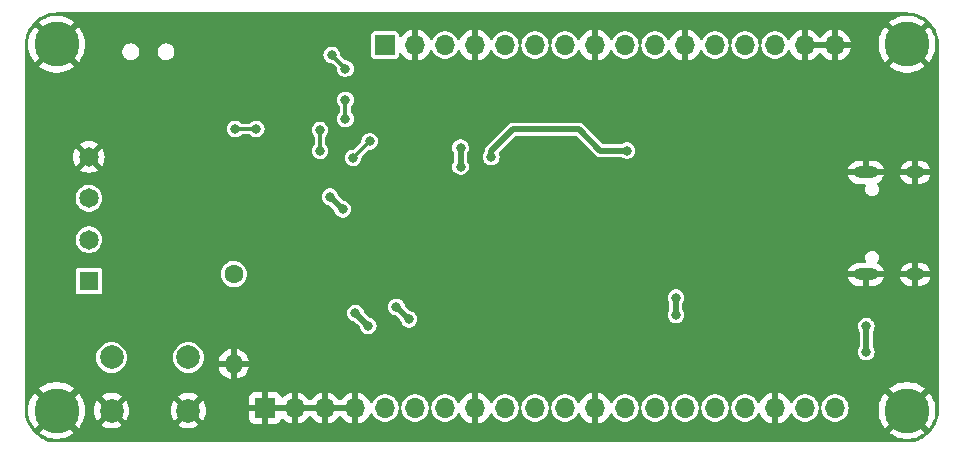
<source format=gbr>
%TF.GenerationSoftware,KiCad,Pcbnew,7.0.5-0*%
%TF.CreationDate,2024-02-18T02:25:47-06:00*%
%TF.ProjectId,STM32_BluePill,53544d33-325f-4426-9c75-6550696c6c2e,1*%
%TF.SameCoordinates,Original*%
%TF.FileFunction,Copper,L2,Bot*%
%TF.FilePolarity,Positive*%
%FSLAX46Y46*%
G04 Gerber Fmt 4.6, Leading zero omitted, Abs format (unit mm)*
G04 Created by KiCad (PCBNEW 7.0.5-0) date 2024-02-18 02:25:47*
%MOMM*%
%LPD*%
G01*
G04 APERTURE LIST*
%TA.AperFunction,ComponentPad*%
%ADD10C,3.800000*%
%TD*%
%TA.AperFunction,ComponentPad*%
%ADD11O,2.100000X1.000000*%
%TD*%
%TA.AperFunction,ComponentPad*%
%ADD12O,1.600000X1.000000*%
%TD*%
%TA.AperFunction,ComponentPad*%
%ADD13R,1.700000X1.700000*%
%TD*%
%TA.AperFunction,ComponentPad*%
%ADD14O,1.700000X1.700000*%
%TD*%
%TA.AperFunction,ComponentPad*%
%ADD15C,1.600000*%
%TD*%
%TA.AperFunction,ComponentPad*%
%ADD16O,1.600000X1.600000*%
%TD*%
%TA.AperFunction,ComponentPad*%
%ADD17R,1.650000X1.650000*%
%TD*%
%TA.AperFunction,ComponentPad*%
%ADD18C,1.650000*%
%TD*%
%TA.AperFunction,ComponentPad*%
%ADD19C,2.000000*%
%TD*%
%TA.AperFunction,ViaPad*%
%ADD20C,0.800000*%
%TD*%
%TA.AperFunction,ViaPad*%
%ADD21C,0.700000*%
%TD*%
%TA.AperFunction,Conductor*%
%ADD22C,0.300000*%
%TD*%
%TA.AperFunction,Conductor*%
%ADD23C,0.500000*%
%TD*%
G04 APERTURE END LIST*
D10*
%TO.P,H1,1,1*%
%TO.N,GND*%
X105198000Y-113491500D03*
%TD*%
D11*
%TO.P,J1,S1,SHIELD*%
%TO.N,GND*%
X173715000Y-101970000D03*
D12*
X177895000Y-101970000D03*
D11*
X173715000Y-93330000D03*
D12*
X177895000Y-93330000D03*
%TD*%
D13*
%TO.P,J5,1,Pin_1*%
%TO.N,GND*%
X122842000Y-113277500D03*
D14*
%TO.P,J5,2,Pin_2*%
X125382000Y-113277500D03*
%TO.P,J5,3,Pin_3*%
X127922000Y-113277500D03*
%TO.P,J5,4,Pin_4*%
X130462000Y-113277500D03*
%TO.P,J5,5,Pin_5*%
%TO.N,/PA2*%
X133002000Y-113277500D03*
%TO.P,J5,6,Pin_6*%
%TO.N,/PA3*%
X135542000Y-113277500D03*
%TO.P,J5,7,Pin_7*%
%TO.N,/PA4*%
X138082000Y-113277500D03*
%TO.P,J5,8,Pin_8*%
%TO.N,GND*%
X140622000Y-113277500D03*
%TO.P,J5,9,Pin_9*%
%TO.N,/PA5*%
X143162000Y-113277500D03*
%TO.P,J5,10,Pin_10*%
%TO.N,/PA6*%
X145702000Y-113277500D03*
%TO.P,J5,11,Pin_11*%
%TO.N,/PA7*%
X148242000Y-113277500D03*
%TO.P,J5,12,Pin_12*%
%TO.N,GND*%
X150782000Y-113277500D03*
%TO.P,J5,13,Pin_13*%
%TO.N,/PB0*%
X153322000Y-113277500D03*
%TO.P,J5,14,Pin_14*%
%TO.N,/PB1*%
X155862000Y-113277500D03*
%TO.P,J5,15,Pin_15*%
%TO.N,/PB2*%
X158402000Y-113277500D03*
%TO.P,J5,16,Pin_16*%
%TO.N,/PB10*%
X160942000Y-113277500D03*
%TO.P,J5,17,Pin_17*%
%TO.N,/PB11*%
X163482000Y-113277500D03*
%TO.P,J5,18,Pin_18*%
%TO.N,GND*%
X166022000Y-113277500D03*
%TO.P,J5,19,Pin_19*%
%TO.N,+5V*%
X168562000Y-113277500D03*
%TO.P,J5,20,Pin_20*%
X171102000Y-113277500D03*
%TD*%
D10*
%TO.P,H2,1,1*%
%TO.N,GND*%
X105198000Y-82491500D03*
%TD*%
D15*
%TO.P,R10,1*%
%TO.N,/RS*%
X120198000Y-101931500D03*
D16*
%TO.P,R10,2*%
%TO.N,GND*%
X120198000Y-109551500D03*
%TD*%
D10*
%TO.P,H4,1,1*%
%TO.N,GND*%
X177198000Y-113491500D03*
%TD*%
D17*
%TO.P,J4,1,1*%
%TO.N,+5V*%
X107936000Y-102525500D03*
D18*
%TO.P,J4,2,2*%
%TO.N,/CAN_+*%
X107936000Y-99025500D03*
%TO.P,J4,3,3*%
%TO.N,/CAN_-*%
X107936000Y-95525500D03*
%TO.P,J4,4,4*%
%TO.N,GND*%
X107936000Y-92025500D03*
%TD*%
D13*
%TO.P,J6,1,Pin_1*%
%TO.N,/PB7*%
X133000000Y-82550000D03*
D14*
%TO.P,J6,2,Pin_2*%
%TO.N,GND*%
X135540000Y-82550000D03*
%TO.P,J6,3,Pin_3*%
%TO.N,/PB6*%
X138080000Y-82550000D03*
%TO.P,J6,4,Pin_4*%
%TO.N,GND*%
X140620000Y-82550000D03*
%TO.P,J6,5,Pin_5*%
%TO.N,/PB5*%
X143160000Y-82550000D03*
%TO.P,J6,6,Pin_6*%
%TO.N,/PB4*%
X145700000Y-82550000D03*
%TO.P,J6,7,Pin_7*%
%TO.N,/SWO*%
X148240000Y-82550000D03*
%TO.P,J6,8,Pin_8*%
%TO.N,GND*%
X150780000Y-82550000D03*
%TO.P,J6,9,Pin_9*%
%TO.N,/SWCLK*%
X153320000Y-82550000D03*
%TO.P,J6,10,Pin_10*%
%TO.N,/SWDIO*%
X155860000Y-82550000D03*
%TO.P,J6,11,Pin_11*%
%TO.N,GND*%
X158400000Y-82550000D03*
%TO.P,J6,12,Pin_12*%
%TO.N,+3.3V*%
X160940000Y-82550000D03*
%TO.P,J6,13,Pin_13*%
X163480000Y-82550000D03*
%TO.P,J6,14,Pin_14*%
X166020000Y-82550000D03*
%TO.P,J6,15,Pin_15*%
%TO.N,GND*%
X168560000Y-82550000D03*
%TO.P,J6,16,Pin_16*%
X171100000Y-82550000D03*
%TD*%
D10*
%TO.P,H3,1,1*%
%TO.N,GND*%
X177198000Y-82491500D03*
%TD*%
D19*
%TO.P,SW2,1,1*%
%TO.N,GND*%
X116350001Y-113500000D03*
X109850001Y-113500000D03*
%TO.P,SW2,2,2*%
%TO.N,/USR_nRST*%
X116350001Y-109000000D03*
X109850001Y-109000000D03*
%TD*%
D20*
%TO.N,GND*%
X134498000Y-101541500D03*
X138298000Y-100041500D03*
X136998000Y-104791500D03*
X173470000Y-103746000D03*
X151540000Y-90420000D03*
D21*
X140998000Y-94341500D03*
D20*
X122480000Y-84580000D03*
X123640000Y-84560000D03*
X158700000Y-100791500D03*
X154898000Y-95916500D03*
X133298000Y-101541500D03*
X173470000Y-91550000D03*
X133298000Y-97941500D03*
X133298000Y-96141500D03*
D21*
X126338000Y-97471500D03*
D20*
X116448000Y-96091500D03*
X117748000Y-96000000D03*
X115148000Y-96091500D03*
X141511016Y-90563265D03*
X171320000Y-101250000D03*
X170820000Y-97650000D03*
X149005023Y-90685023D03*
X116848000Y-96991500D03*
X134498000Y-99741500D03*
X137027977Y-103771477D03*
X143700000Y-91500000D03*
X116096686Y-85225423D03*
X171320000Y-94150000D03*
X114050000Y-105100000D03*
X162698000Y-93241500D03*
X167098000Y-91741500D03*
X136798000Y-94441500D03*
X148460000Y-100841500D03*
X123673000Y-93591500D03*
X115148000Y-97891500D03*
X166198000Y-92641500D03*
X150100000Y-89000000D03*
X150044750Y-91894750D03*
X143398000Y-98787500D03*
X178798000Y-109791500D03*
X172878000Y-86967500D03*
X133298000Y-99741500D03*
X135498000Y-94441500D03*
X162648000Y-95841500D03*
X116448000Y-97891500D03*
X162998000Y-92041500D03*
X137898000Y-95141500D03*
%TO.N,/SW_BOOT0*%
X120300000Y-89650000D03*
X122100000Y-89650000D03*
%TO.N,/CAN_RX*%
X131700000Y-90700000D03*
X130300000Y-92100000D03*
%TO.N,+3.3V*%
X157635701Y-105416000D03*
X128347998Y-95391498D03*
X141998000Y-92041500D03*
X139398000Y-91241500D03*
X129407952Y-96451452D03*
X133968023Y-104711523D03*
X131577977Y-106321477D03*
X135027977Y-105771477D03*
X139398000Y-92841500D03*
X130498000Y-105241500D03*
X157635701Y-103941500D03*
X153498000Y-91491500D03*
%TO.N,+5V*%
X173748000Y-106341500D03*
X173748000Y-108541500D03*
%TO.N,/DB_nRST*%
X129650000Y-87200000D03*
X129650000Y-84550000D03*
X129650000Y-88800000D03*
X128500000Y-83400000D03*
X127500000Y-89750000D03*
X127500000Y-91499500D03*
%TD*%
D22*
%TO.N,/SW_BOOT0*%
X122100000Y-89650000D02*
X120300000Y-89650000D01*
%TO.N,/CAN_RX*%
X131700000Y-90700000D02*
X130300000Y-92100000D01*
D23*
%TO.N,+3.3V*%
X130498000Y-105241500D02*
X131577977Y-106321477D01*
X151239418Y-91491500D02*
X149443959Y-89696041D01*
X153498000Y-91491500D02*
X151239418Y-91491500D01*
X157635701Y-105416000D02*
X157635701Y-103941500D01*
X128347998Y-95391498D02*
X129407952Y-96451452D01*
X149443959Y-89696041D02*
X143841377Y-89696041D01*
X139398000Y-91241500D02*
X139398000Y-92841500D01*
X141998000Y-91539418D02*
X141998000Y-92041500D01*
X143841377Y-89696041D02*
X141998000Y-91539418D01*
X135027977Y-105771477D02*
X133968023Y-104711523D01*
%TO.N,+5V*%
X173748000Y-108541500D02*
X173748000Y-106341500D01*
D22*
%TO.N,/DB_nRST*%
X129650000Y-87200000D02*
X129650000Y-88800000D01*
X128500000Y-83400000D02*
X129650000Y-84550000D01*
X127500000Y-89750000D02*
X127500000Y-91499500D01*
%TD*%
%TA.AperFunction,Conductor*%
%TO.N,GND*%
G36*
X124922507Y-113067656D02*
G01*
X124882000Y-113205611D01*
X124882000Y-113349389D01*
X124922507Y-113487344D01*
X124948314Y-113527500D01*
X123275686Y-113527500D01*
X123301493Y-113487344D01*
X123342000Y-113349389D01*
X123342000Y-113205611D01*
X123301493Y-113067656D01*
X123275686Y-113027500D01*
X124948314Y-113027500D01*
X124922507Y-113067656D01*
G37*
%TD.AperFunction*%
%TA.AperFunction,Conductor*%
G36*
X127462507Y-113067656D02*
G01*
X127422000Y-113205611D01*
X127422000Y-113349389D01*
X127462507Y-113487344D01*
X127488314Y-113527500D01*
X125815686Y-113527500D01*
X125841493Y-113487344D01*
X125882000Y-113349389D01*
X125882000Y-113205611D01*
X125841493Y-113067656D01*
X125815686Y-113027500D01*
X127488314Y-113027500D01*
X127462507Y-113067656D01*
G37*
%TD.AperFunction*%
%TA.AperFunction,Conductor*%
G36*
X130002507Y-113067656D02*
G01*
X129962000Y-113205611D01*
X129962000Y-113349389D01*
X130002507Y-113487344D01*
X130028314Y-113527500D01*
X128355686Y-113527500D01*
X128381493Y-113487344D01*
X128422000Y-113349389D01*
X128422000Y-113205611D01*
X128381493Y-113067656D01*
X128355686Y-113027500D01*
X130028314Y-113027500D01*
X130002507Y-113067656D01*
G37*
%TD.AperFunction*%
%TA.AperFunction,Conductor*%
G36*
X170640507Y-82340156D02*
G01*
X170600000Y-82478111D01*
X170600000Y-82621889D01*
X170640507Y-82759844D01*
X170666314Y-82800000D01*
X168993686Y-82800000D01*
X169019493Y-82759844D01*
X169060000Y-82621889D01*
X169060000Y-82478111D01*
X169019493Y-82340156D01*
X168993686Y-82300000D01*
X170666314Y-82300000D01*
X170640507Y-82340156D01*
G37*
%TD.AperFunction*%
%TA.AperFunction,Conductor*%
G36*
X177199735Y-79792098D02*
G01*
X177340940Y-79800027D01*
X177496780Y-79808779D01*
X177503670Y-79809555D01*
X177752372Y-79851811D01*
X177795257Y-79859098D01*
X177802041Y-79860646D01*
X178086242Y-79942523D01*
X178092809Y-79944822D01*
X178229428Y-80001411D01*
X178366060Y-80058005D01*
X178372309Y-80061015D01*
X178541444Y-80154492D01*
X178631170Y-80204082D01*
X178637062Y-80207784D01*
X178878268Y-80378929D01*
X178883708Y-80383267D01*
X179104236Y-80580343D01*
X179109156Y-80585263D01*
X179306232Y-80805791D01*
X179310570Y-80811231D01*
X179481715Y-81052437D01*
X179485417Y-81058329D01*
X179628480Y-81317182D01*
X179631497Y-81323447D01*
X179647376Y-81361782D01*
X179744677Y-81596690D01*
X179746976Y-81603257D01*
X179828853Y-81887458D01*
X179830401Y-81894242D01*
X179879942Y-82185815D01*
X179880721Y-82192729D01*
X179897402Y-82489763D01*
X179897500Y-82493240D01*
X179897500Y-113489758D01*
X179897402Y-113493235D01*
X179880721Y-113790270D01*
X179879942Y-113797184D01*
X179830401Y-114088757D01*
X179828853Y-114095541D01*
X179746976Y-114379742D01*
X179744677Y-114386309D01*
X179631499Y-114659548D01*
X179628480Y-114665817D01*
X179485417Y-114924670D01*
X179481715Y-114930562D01*
X179310570Y-115171768D01*
X179306232Y-115177208D01*
X179109156Y-115397736D01*
X179104236Y-115402656D01*
X178883708Y-115599732D01*
X178878268Y-115604070D01*
X178637062Y-115775215D01*
X178631170Y-115778917D01*
X178372317Y-115921980D01*
X178366048Y-115924999D01*
X178092809Y-116038177D01*
X178086242Y-116040476D01*
X177802041Y-116122353D01*
X177795257Y-116123901D01*
X177503684Y-116173442D01*
X177496770Y-116174221D01*
X177199735Y-116190902D01*
X177196258Y-116191000D01*
X105199742Y-116191000D01*
X105196265Y-116190902D01*
X104899229Y-116174221D01*
X104892315Y-116173442D01*
X104600742Y-116123901D01*
X104593958Y-116122353D01*
X104309757Y-116040476D01*
X104303190Y-116038177D01*
X104068282Y-115940876D01*
X104029947Y-115924997D01*
X104023682Y-115921980D01*
X103764829Y-115778917D01*
X103758937Y-115775215D01*
X103517731Y-115604070D01*
X103512291Y-115599732D01*
X103291763Y-115402656D01*
X103286843Y-115397736D01*
X103089767Y-115177208D01*
X103085429Y-115171768D01*
X102914284Y-114930562D01*
X102910582Y-114924670D01*
X102773101Y-114675916D01*
X102767515Y-114665809D01*
X102764505Y-114659560D01*
X102678159Y-114451100D01*
X102651322Y-114386309D01*
X102649023Y-114379742D01*
X102567146Y-114095541D01*
X102565598Y-114088757D01*
X102557994Y-114044002D01*
X102516055Y-113797170D01*
X102515279Y-113790282D01*
X102498596Y-113493219D01*
X102498548Y-113491505D01*
X102793255Y-113491505D01*
X102812215Y-113792883D01*
X102812216Y-113792890D01*
X102868805Y-114089540D01*
X102962125Y-114376747D01*
X102962127Y-114376752D01*
X103090704Y-114649991D01*
X103090707Y-114649997D01*
X103252513Y-114904964D01*
X103333312Y-115002633D01*
X104262211Y-114073735D01*
X104362894Y-114215124D01*
X104514932Y-114360092D01*
X104617222Y-114425829D01*
X103684564Y-115358486D01*
X103909474Y-115521893D01*
X103909485Y-115521900D01*
X104174109Y-115667378D01*
X104174117Y-115667382D01*
X104454889Y-115778547D01*
X104454892Y-115778548D01*
X104747399Y-115853650D01*
X105046995Y-115891499D01*
X105047007Y-115891500D01*
X105348993Y-115891500D01*
X105349004Y-115891499D01*
X105648600Y-115853650D01*
X105941107Y-115778548D01*
X105941110Y-115778547D01*
X106221882Y-115667382D01*
X106221890Y-115667378D01*
X106486514Y-115521900D01*
X106486525Y-115521893D01*
X106711433Y-115358486D01*
X106711434Y-115358486D01*
X105781306Y-114428359D01*
X105795410Y-114421089D01*
X105960540Y-114291229D01*
X106098110Y-114132465D01*
X106132665Y-114072612D01*
X107062686Y-115002633D01*
X107143483Y-114904969D01*
X107305292Y-114649997D01*
X107305295Y-114649991D01*
X107433872Y-114376752D01*
X107433874Y-114376747D01*
X107527194Y-114089540D01*
X107583783Y-113792890D01*
X107583784Y-113792883D01*
X107602210Y-113500005D01*
X108344860Y-113500005D01*
X108365386Y-113747729D01*
X108365388Y-113747738D01*
X108426413Y-113988717D01*
X108526267Y-114216364D01*
X108626565Y-114369882D01*
X109324071Y-113672376D01*
X109326885Y-113685915D01*
X109396443Y-113820156D01*
X109499639Y-113930652D01*
X109628820Y-114009209D01*
X109680003Y-114023549D01*
X108979943Y-114723609D01*
X109026769Y-114760055D01*
X109026771Y-114760056D01*
X109245386Y-114878364D01*
X109245397Y-114878369D01*
X109480507Y-114959083D01*
X109725708Y-115000000D01*
X109974294Y-115000000D01*
X110219494Y-114959083D01*
X110454604Y-114878369D01*
X110454615Y-114878364D01*
X110673229Y-114760057D01*
X110673232Y-114760055D01*
X110720057Y-114723609D01*
X110021569Y-114025121D01*
X110138459Y-113974349D01*
X110255740Y-113878934D01*
X110342929Y-113755415D01*
X110373355Y-113669802D01*
X111073435Y-114369882D01*
X111173732Y-114216369D01*
X111273588Y-113988717D01*
X111334613Y-113747738D01*
X111334615Y-113747729D01*
X111355142Y-113500005D01*
X114844860Y-113500005D01*
X114865386Y-113747729D01*
X114865388Y-113747738D01*
X114926413Y-113988717D01*
X115026267Y-114216364D01*
X115126565Y-114369882D01*
X115824071Y-113672375D01*
X115826885Y-113685915D01*
X115896443Y-113820156D01*
X115999639Y-113930652D01*
X116128820Y-114009209D01*
X116180003Y-114023549D01*
X115479943Y-114723609D01*
X115526769Y-114760055D01*
X115526771Y-114760056D01*
X115745386Y-114878364D01*
X115745397Y-114878369D01*
X115980507Y-114959083D01*
X116225708Y-115000000D01*
X116474294Y-115000000D01*
X116719494Y-114959083D01*
X116954604Y-114878369D01*
X116954615Y-114878364D01*
X117173229Y-114760057D01*
X117173232Y-114760055D01*
X117220057Y-114723609D01*
X116521569Y-114025121D01*
X116638459Y-113974349D01*
X116755740Y-113878934D01*
X116842929Y-113755415D01*
X116873355Y-113669802D01*
X117573435Y-114369882D01*
X117673732Y-114216369D01*
X117691727Y-114175344D01*
X121492000Y-114175344D01*
X121498401Y-114234872D01*
X121498403Y-114234879D01*
X121548645Y-114369586D01*
X121548649Y-114369593D01*
X121634809Y-114484687D01*
X121634812Y-114484690D01*
X121749906Y-114570850D01*
X121749913Y-114570854D01*
X121884620Y-114621096D01*
X121884627Y-114621098D01*
X121944155Y-114627499D01*
X121944172Y-114627500D01*
X122592000Y-114627500D01*
X122592000Y-113713001D01*
X122699685Y-113762180D01*
X122806237Y-113777500D01*
X122877763Y-113777500D01*
X122984315Y-113762180D01*
X123092000Y-113713001D01*
X123092000Y-114627500D01*
X123739828Y-114627500D01*
X123739844Y-114627499D01*
X123799372Y-114621098D01*
X123799379Y-114621096D01*
X123934086Y-114570854D01*
X123934093Y-114570850D01*
X124049187Y-114484690D01*
X124049190Y-114484687D01*
X124135350Y-114369593D01*
X124135354Y-114369586D01*
X124184614Y-114237513D01*
X124226485Y-114181579D01*
X124291949Y-114157162D01*
X124360222Y-114172013D01*
X124388477Y-114193165D01*
X124510917Y-114315605D01*
X124704421Y-114451100D01*
X124918507Y-114550929D01*
X124918516Y-114550933D01*
X125132000Y-114608134D01*
X125132000Y-113713001D01*
X125239685Y-113762180D01*
X125346237Y-113777500D01*
X125417763Y-113777500D01*
X125524315Y-113762180D01*
X125632000Y-113713001D01*
X125632000Y-114608133D01*
X125845483Y-114550933D01*
X125845492Y-114550929D01*
X126059578Y-114451100D01*
X126253082Y-114315605D01*
X126420105Y-114148582D01*
X126550425Y-113962468D01*
X126605002Y-113918844D01*
X126674501Y-113911651D01*
X126736855Y-113943173D01*
X126753575Y-113962468D01*
X126883894Y-114148582D01*
X127050917Y-114315605D01*
X127244421Y-114451100D01*
X127458507Y-114550929D01*
X127458516Y-114550933D01*
X127672000Y-114608134D01*
X127672000Y-113713001D01*
X127779685Y-113762180D01*
X127886237Y-113777500D01*
X127957763Y-113777500D01*
X128064315Y-113762180D01*
X128172000Y-113713001D01*
X128172000Y-114608134D01*
X128385483Y-114550933D01*
X128385492Y-114550929D01*
X128599578Y-114451100D01*
X128793082Y-114315605D01*
X128960105Y-114148582D01*
X129090425Y-113962468D01*
X129145002Y-113918844D01*
X129214501Y-113911651D01*
X129276855Y-113943173D01*
X129293575Y-113962468D01*
X129423894Y-114148582D01*
X129590917Y-114315605D01*
X129784421Y-114451100D01*
X129998507Y-114550929D01*
X129998516Y-114550933D01*
X130211998Y-114608135D01*
X130211999Y-114608134D01*
X130211999Y-113713001D01*
X130319685Y-113762180D01*
X130426237Y-113777500D01*
X130497763Y-113777500D01*
X130604315Y-113762180D01*
X130711999Y-113713001D01*
X130712000Y-114608133D01*
X130925483Y-114550933D01*
X130925492Y-114550929D01*
X131139578Y-114451100D01*
X131333082Y-114315605D01*
X131500105Y-114148582D01*
X131635600Y-113955078D01*
X131729294Y-113754151D01*
X131775466Y-113701712D01*
X131842660Y-113682560D01*
X131909541Y-113702776D01*
X131952676Y-113751285D01*
X132019632Y-113885753D01*
X132143667Y-114050000D01*
X132148128Y-114055907D01*
X132305698Y-114199552D01*
X132486981Y-114311798D01*
X132685802Y-114388821D01*
X132895390Y-114428000D01*
X132895392Y-114428000D01*
X133108608Y-114428000D01*
X133108610Y-114428000D01*
X133318198Y-114388821D01*
X133517019Y-114311798D01*
X133698302Y-114199552D01*
X133855872Y-114055907D01*
X133984366Y-113885755D01*
X134030607Y-113792890D01*
X134079403Y-113694894D01*
X134079403Y-113694893D01*
X134079405Y-113694889D01*
X134137756Y-113489810D01*
X134148529Y-113373547D01*
X134174315Y-113308611D01*
X134216622Y-113278304D01*
X134325130Y-113278304D01*
X134361503Y-113299168D01*
X134393693Y-113361181D01*
X134395470Y-113373547D01*
X134406244Y-113489810D01*
X134455940Y-113664472D01*
X134464596Y-113694892D01*
X134464596Y-113694894D01*
X134559632Y-113885753D01*
X134683667Y-114050000D01*
X134688128Y-114055907D01*
X134845698Y-114199552D01*
X135026981Y-114311798D01*
X135225802Y-114388821D01*
X135435390Y-114428000D01*
X135435392Y-114428000D01*
X135648608Y-114428000D01*
X135648610Y-114428000D01*
X135858198Y-114388821D01*
X136057019Y-114311798D01*
X136238302Y-114199552D01*
X136395872Y-114055907D01*
X136524366Y-113885755D01*
X136570607Y-113792890D01*
X136619403Y-113694894D01*
X136619403Y-113694893D01*
X136619405Y-113694889D01*
X136677756Y-113489810D01*
X136688529Y-113373547D01*
X136714315Y-113308611D01*
X136756624Y-113278303D01*
X136865129Y-113278303D01*
X136901503Y-113299168D01*
X136933693Y-113361181D01*
X136935470Y-113373547D01*
X136946244Y-113489810D01*
X136995940Y-113664472D01*
X137004596Y-113694892D01*
X137004596Y-113694894D01*
X137099632Y-113885753D01*
X137223667Y-114050000D01*
X137228128Y-114055907D01*
X137385698Y-114199552D01*
X137566981Y-114311798D01*
X137765802Y-114388821D01*
X137975390Y-114428000D01*
X137975392Y-114428000D01*
X138188608Y-114428000D01*
X138188610Y-114428000D01*
X138398198Y-114388821D01*
X138597019Y-114311798D01*
X138778302Y-114199552D01*
X138935872Y-114055907D01*
X139064366Y-113885755D01*
X139131325Y-113751281D01*
X139178825Y-113700048D01*
X139246488Y-113682626D01*
X139312828Y-113704551D01*
X139354705Y-113754151D01*
X139448399Y-113955078D01*
X139583894Y-114148582D01*
X139750917Y-114315605D01*
X139944421Y-114451100D01*
X140158507Y-114550929D01*
X140158516Y-114550933D01*
X140372000Y-114608134D01*
X140372000Y-113713001D01*
X140479685Y-113762180D01*
X140586237Y-113777500D01*
X140657763Y-113777500D01*
X140764315Y-113762180D01*
X140872000Y-113713001D01*
X140872000Y-114608133D01*
X141085483Y-114550933D01*
X141085492Y-114550929D01*
X141299578Y-114451100D01*
X141493082Y-114315605D01*
X141660105Y-114148582D01*
X141795600Y-113955078D01*
X141889294Y-113754151D01*
X141935466Y-113701712D01*
X142002660Y-113682560D01*
X142069541Y-113702776D01*
X142112676Y-113751285D01*
X142179632Y-113885753D01*
X142303667Y-114050000D01*
X142308128Y-114055907D01*
X142465698Y-114199552D01*
X142646981Y-114311798D01*
X142845802Y-114388821D01*
X143055390Y-114428000D01*
X143055392Y-114428000D01*
X143268608Y-114428000D01*
X143268610Y-114428000D01*
X143478198Y-114388821D01*
X143677019Y-114311798D01*
X143858302Y-114199552D01*
X144015872Y-114055907D01*
X144144366Y-113885755D01*
X144190607Y-113792890D01*
X144239403Y-113694894D01*
X144239403Y-113694893D01*
X144239405Y-113694889D01*
X144297756Y-113489810D01*
X144308529Y-113373547D01*
X144334315Y-113308611D01*
X144376622Y-113278304D01*
X144485130Y-113278304D01*
X144521503Y-113299168D01*
X144553693Y-113361181D01*
X144555470Y-113373547D01*
X144566244Y-113489810D01*
X144615940Y-113664472D01*
X144624596Y-113694892D01*
X144624596Y-113694894D01*
X144719632Y-113885753D01*
X144843667Y-114050000D01*
X144848128Y-114055907D01*
X145005698Y-114199552D01*
X145186981Y-114311798D01*
X145385802Y-114388821D01*
X145595390Y-114428000D01*
X145595392Y-114428000D01*
X145808608Y-114428000D01*
X145808610Y-114428000D01*
X146018198Y-114388821D01*
X146217019Y-114311798D01*
X146398302Y-114199552D01*
X146555872Y-114055907D01*
X146684366Y-113885755D01*
X146730607Y-113792890D01*
X146779403Y-113694894D01*
X146779403Y-113694893D01*
X146779405Y-113694889D01*
X146837756Y-113489810D01*
X146848529Y-113373547D01*
X146874315Y-113308611D01*
X146916622Y-113278304D01*
X147025130Y-113278304D01*
X147061503Y-113299168D01*
X147093693Y-113361181D01*
X147095470Y-113373547D01*
X147106244Y-113489810D01*
X147155940Y-113664472D01*
X147164596Y-113694892D01*
X147164596Y-113694894D01*
X147259632Y-113885753D01*
X147383667Y-114050000D01*
X147388128Y-114055907D01*
X147545698Y-114199552D01*
X147726981Y-114311798D01*
X147925802Y-114388821D01*
X148135390Y-114428000D01*
X148135392Y-114428000D01*
X148348608Y-114428000D01*
X148348610Y-114428000D01*
X148558198Y-114388821D01*
X148757019Y-114311798D01*
X148938302Y-114199552D01*
X149095872Y-114055907D01*
X149224366Y-113885755D01*
X149291325Y-113751281D01*
X149338825Y-113700048D01*
X149406488Y-113682626D01*
X149472828Y-113704551D01*
X149514705Y-113754151D01*
X149608399Y-113955078D01*
X149743894Y-114148582D01*
X149910917Y-114315605D01*
X150104421Y-114451100D01*
X150318507Y-114550929D01*
X150318516Y-114550933D01*
X150532000Y-114608134D01*
X150532000Y-113713001D01*
X150639685Y-113762180D01*
X150746237Y-113777500D01*
X150817763Y-113777500D01*
X150924315Y-113762180D01*
X151032000Y-113713001D01*
X151032000Y-114608133D01*
X151245483Y-114550933D01*
X151245492Y-114550929D01*
X151459578Y-114451100D01*
X151653082Y-114315605D01*
X151820105Y-114148582D01*
X151955600Y-113955078D01*
X152049294Y-113754151D01*
X152095466Y-113701712D01*
X152162660Y-113682560D01*
X152229541Y-113702776D01*
X152272676Y-113751285D01*
X152339632Y-113885753D01*
X152463667Y-114050000D01*
X152468128Y-114055907D01*
X152625698Y-114199552D01*
X152806981Y-114311798D01*
X153005802Y-114388821D01*
X153215390Y-114428000D01*
X153215392Y-114428000D01*
X153428608Y-114428000D01*
X153428610Y-114428000D01*
X153638198Y-114388821D01*
X153837019Y-114311798D01*
X154018302Y-114199552D01*
X154175872Y-114055907D01*
X154304366Y-113885755D01*
X154350607Y-113792890D01*
X154399403Y-113694894D01*
X154399403Y-113694893D01*
X154399405Y-113694889D01*
X154457756Y-113489810D01*
X154468529Y-113373547D01*
X154494315Y-113308611D01*
X154536622Y-113278304D01*
X154645130Y-113278304D01*
X154681503Y-113299168D01*
X154713693Y-113361181D01*
X154715470Y-113373547D01*
X154726244Y-113489810D01*
X154775940Y-113664472D01*
X154784596Y-113694892D01*
X154784596Y-113694894D01*
X154879632Y-113885753D01*
X155003667Y-114050000D01*
X155008128Y-114055907D01*
X155165698Y-114199552D01*
X155346981Y-114311798D01*
X155545802Y-114388821D01*
X155755390Y-114428000D01*
X155755392Y-114428000D01*
X155968608Y-114428000D01*
X155968610Y-114428000D01*
X156178198Y-114388821D01*
X156377019Y-114311798D01*
X156558302Y-114199552D01*
X156715872Y-114055907D01*
X156844366Y-113885755D01*
X156890607Y-113792890D01*
X156939403Y-113694894D01*
X156939403Y-113694893D01*
X156939405Y-113694889D01*
X156997756Y-113489810D01*
X157008529Y-113373547D01*
X157034315Y-113308611D01*
X157076624Y-113278303D01*
X157185129Y-113278303D01*
X157221503Y-113299168D01*
X157253693Y-113361181D01*
X157255470Y-113373547D01*
X157266244Y-113489810D01*
X157315940Y-113664472D01*
X157324596Y-113694892D01*
X157324596Y-113694894D01*
X157419632Y-113885753D01*
X157543667Y-114050000D01*
X157548128Y-114055907D01*
X157705698Y-114199552D01*
X157886981Y-114311798D01*
X158085802Y-114388821D01*
X158295390Y-114428000D01*
X158295392Y-114428000D01*
X158508608Y-114428000D01*
X158508610Y-114428000D01*
X158718198Y-114388821D01*
X158917019Y-114311798D01*
X159098302Y-114199552D01*
X159255872Y-114055907D01*
X159384366Y-113885755D01*
X159430607Y-113792890D01*
X159479403Y-113694894D01*
X159479403Y-113694893D01*
X159479405Y-113694889D01*
X159537756Y-113489810D01*
X159548529Y-113373547D01*
X159574315Y-113308611D01*
X159616622Y-113278304D01*
X159725130Y-113278304D01*
X159761503Y-113299168D01*
X159793693Y-113361181D01*
X159795470Y-113373547D01*
X159806244Y-113489810D01*
X159855940Y-113664472D01*
X159864596Y-113694892D01*
X159864596Y-113694894D01*
X159959632Y-113885753D01*
X160083667Y-114050000D01*
X160088128Y-114055907D01*
X160245698Y-114199552D01*
X160426981Y-114311798D01*
X160625802Y-114388821D01*
X160835390Y-114428000D01*
X160835392Y-114428000D01*
X161048608Y-114428000D01*
X161048610Y-114428000D01*
X161258198Y-114388821D01*
X161457019Y-114311798D01*
X161638302Y-114199552D01*
X161795872Y-114055907D01*
X161924366Y-113885755D01*
X161970607Y-113792890D01*
X162019403Y-113694894D01*
X162019403Y-113694893D01*
X162019405Y-113694889D01*
X162077756Y-113489810D01*
X162088529Y-113373547D01*
X162114315Y-113308611D01*
X162156622Y-113278304D01*
X162265130Y-113278304D01*
X162301503Y-113299168D01*
X162333693Y-113361181D01*
X162335470Y-113373547D01*
X162346244Y-113489810D01*
X162395940Y-113664472D01*
X162404596Y-113694892D01*
X162404596Y-113694894D01*
X162499632Y-113885753D01*
X162623667Y-114050000D01*
X162628128Y-114055907D01*
X162785698Y-114199552D01*
X162966981Y-114311798D01*
X163165802Y-114388821D01*
X163375390Y-114428000D01*
X163375392Y-114428000D01*
X163588608Y-114428000D01*
X163588610Y-114428000D01*
X163798198Y-114388821D01*
X163997019Y-114311798D01*
X164178302Y-114199552D01*
X164335872Y-114055907D01*
X164464366Y-113885755D01*
X164531325Y-113751281D01*
X164578825Y-113700048D01*
X164646488Y-113682626D01*
X164712828Y-113704551D01*
X164754705Y-113754151D01*
X164848399Y-113955078D01*
X164983894Y-114148582D01*
X165150917Y-114315605D01*
X165344421Y-114451100D01*
X165558507Y-114550929D01*
X165558516Y-114550933D01*
X165772000Y-114608134D01*
X165772000Y-113713001D01*
X165879685Y-113762180D01*
X165986237Y-113777500D01*
X166057763Y-113777500D01*
X166164315Y-113762180D01*
X166272000Y-113713001D01*
X166272000Y-114608133D01*
X166485483Y-114550933D01*
X166485492Y-114550929D01*
X166699578Y-114451100D01*
X166893082Y-114315605D01*
X167060105Y-114148582D01*
X167195600Y-113955078D01*
X167289294Y-113754151D01*
X167335466Y-113701712D01*
X167402660Y-113682560D01*
X167469541Y-113702776D01*
X167512676Y-113751285D01*
X167579632Y-113885753D01*
X167703667Y-114050000D01*
X167708128Y-114055907D01*
X167865698Y-114199552D01*
X168046981Y-114311798D01*
X168245802Y-114388821D01*
X168455390Y-114428000D01*
X168455392Y-114428000D01*
X168668608Y-114428000D01*
X168668610Y-114428000D01*
X168878198Y-114388821D01*
X169077019Y-114311798D01*
X169258302Y-114199552D01*
X169415872Y-114055907D01*
X169544366Y-113885755D01*
X169590607Y-113792890D01*
X169639403Y-113694894D01*
X169639403Y-113694893D01*
X169639405Y-113694889D01*
X169697756Y-113489810D01*
X169708529Y-113373547D01*
X169734315Y-113308611D01*
X169776622Y-113278304D01*
X169885130Y-113278304D01*
X169921503Y-113299168D01*
X169953693Y-113361181D01*
X169955470Y-113373547D01*
X169966244Y-113489810D01*
X170015940Y-113664472D01*
X170024596Y-113694892D01*
X170024596Y-113694894D01*
X170119632Y-113885753D01*
X170243667Y-114050000D01*
X170248128Y-114055907D01*
X170405698Y-114199552D01*
X170586981Y-114311798D01*
X170785802Y-114388821D01*
X170995390Y-114428000D01*
X170995392Y-114428000D01*
X171208608Y-114428000D01*
X171208610Y-114428000D01*
X171418198Y-114388821D01*
X171617019Y-114311798D01*
X171798302Y-114199552D01*
X171955872Y-114055907D01*
X172084366Y-113885755D01*
X172130607Y-113792890D01*
X172179403Y-113694894D01*
X172179403Y-113694893D01*
X172179405Y-113694889D01*
X172237274Y-113491505D01*
X174793255Y-113491505D01*
X174812215Y-113792883D01*
X174812216Y-113792890D01*
X174868805Y-114089540D01*
X174962125Y-114376747D01*
X174962127Y-114376752D01*
X175090704Y-114649991D01*
X175090707Y-114649997D01*
X175252513Y-114904964D01*
X175333312Y-115002633D01*
X176262211Y-114073735D01*
X176362894Y-114215124D01*
X176514932Y-114360092D01*
X176617222Y-114425829D01*
X175684564Y-115358486D01*
X175909474Y-115521893D01*
X175909485Y-115521900D01*
X176174109Y-115667378D01*
X176174117Y-115667382D01*
X176454889Y-115778547D01*
X176454892Y-115778548D01*
X176747399Y-115853650D01*
X177046995Y-115891499D01*
X177047007Y-115891500D01*
X177348993Y-115891500D01*
X177349004Y-115891499D01*
X177648600Y-115853650D01*
X177941107Y-115778548D01*
X177941110Y-115778547D01*
X178221882Y-115667382D01*
X178221890Y-115667378D01*
X178486514Y-115521900D01*
X178486525Y-115521893D01*
X178711433Y-115358486D01*
X178711434Y-115358486D01*
X177781306Y-114428359D01*
X177795410Y-114421089D01*
X177960540Y-114291229D01*
X178098110Y-114132465D01*
X178132665Y-114072612D01*
X179062686Y-115002633D01*
X179143483Y-114904969D01*
X179305292Y-114649997D01*
X179305295Y-114649991D01*
X179433872Y-114376752D01*
X179433874Y-114376747D01*
X179527194Y-114089540D01*
X179583783Y-113792890D01*
X179583784Y-113792883D01*
X179602745Y-113491505D01*
X179602745Y-113491494D01*
X179583784Y-113190116D01*
X179583783Y-113190109D01*
X179527194Y-112893459D01*
X179433874Y-112606252D01*
X179433872Y-112606247D01*
X179305295Y-112333008D01*
X179305292Y-112333002D01*
X179143486Y-112078035D01*
X179062685Y-111980364D01*
X178133787Y-112909263D01*
X178033106Y-112767876D01*
X177881068Y-112622908D01*
X177778777Y-112557169D01*
X178711434Y-111624512D01*
X178486530Y-111461109D01*
X178486520Y-111461102D01*
X178221890Y-111315621D01*
X178221882Y-111315617D01*
X177941110Y-111204452D01*
X177941107Y-111204451D01*
X177648600Y-111129349D01*
X177349004Y-111091500D01*
X177046995Y-111091500D01*
X176747399Y-111129349D01*
X176454892Y-111204451D01*
X176454889Y-111204452D01*
X176174117Y-111315617D01*
X176174109Y-111315621D01*
X175909479Y-111461102D01*
X175909461Y-111461114D01*
X175684565Y-111624510D01*
X175684564Y-111624512D01*
X176614693Y-112554640D01*
X176600590Y-112561911D01*
X176435460Y-112691771D01*
X176297890Y-112850535D01*
X176263334Y-112910386D01*
X175333312Y-111980364D01*
X175252516Y-112078030D01*
X175090707Y-112333002D01*
X175090704Y-112333008D01*
X174962127Y-112606247D01*
X174962125Y-112606252D01*
X174868805Y-112893459D01*
X174812216Y-113190109D01*
X174812215Y-113190116D01*
X174793255Y-113491494D01*
X174793255Y-113491505D01*
X172237274Y-113491505D01*
X172237756Y-113489810D01*
X172257429Y-113277500D01*
X172237756Y-113065190D01*
X172179405Y-112860111D01*
X172179403Y-112860106D01*
X172179403Y-112860105D01*
X172084367Y-112669246D01*
X171955872Y-112499093D01*
X171919187Y-112465650D01*
X171798302Y-112355448D01*
X171617019Y-112243202D01*
X171617017Y-112243201D01*
X171467829Y-112185406D01*
X171418198Y-112166179D01*
X171208610Y-112127000D01*
X170995390Y-112127000D01*
X170785802Y-112166179D01*
X170785799Y-112166179D01*
X170785799Y-112166180D01*
X170586982Y-112243201D01*
X170586980Y-112243202D01*
X170405699Y-112355447D01*
X170248127Y-112499093D01*
X170119632Y-112669246D01*
X170024596Y-112860105D01*
X170024596Y-112860107D01*
X169966244Y-113065189D01*
X169955471Y-113181451D01*
X169929685Y-113246388D01*
X169885130Y-113278304D01*
X169776622Y-113278304D01*
X169778869Y-113276694D01*
X169742497Y-113255831D01*
X169710307Y-113193818D01*
X169708529Y-113181451D01*
X169705285Y-113146447D01*
X169697756Y-113065190D01*
X169639405Y-112860111D01*
X169639403Y-112860106D01*
X169639403Y-112860105D01*
X169544367Y-112669246D01*
X169415872Y-112499093D01*
X169379187Y-112465650D01*
X169258302Y-112355448D01*
X169077019Y-112243202D01*
X169077017Y-112243201D01*
X168927829Y-112185406D01*
X168878198Y-112166179D01*
X168668610Y-112127000D01*
X168455390Y-112127000D01*
X168245802Y-112166179D01*
X168245799Y-112166179D01*
X168245799Y-112166180D01*
X168046982Y-112243201D01*
X168046980Y-112243202D01*
X167865699Y-112355447D01*
X167708127Y-112499093D01*
X167579634Y-112669244D01*
X167512676Y-112803715D01*
X167465173Y-112854952D01*
X167397510Y-112872373D01*
X167331170Y-112850447D01*
X167289294Y-112800848D01*
X167195600Y-112599922D01*
X167195599Y-112599920D01*
X167060113Y-112406426D01*
X167060108Y-112406420D01*
X166893082Y-112239394D01*
X166699578Y-112103899D01*
X166485492Y-112004070D01*
X166485486Y-112004067D01*
X166272000Y-111946864D01*
X166272000Y-112841998D01*
X166164315Y-112792820D01*
X166057763Y-112777500D01*
X165986237Y-112777500D01*
X165879685Y-112792820D01*
X165772000Y-112841998D01*
X165772000Y-111946864D01*
X165771999Y-111946864D01*
X165558513Y-112004067D01*
X165558507Y-112004070D01*
X165344422Y-112103899D01*
X165344420Y-112103900D01*
X165150926Y-112239386D01*
X165150920Y-112239391D01*
X164983891Y-112406420D01*
X164983886Y-112406426D01*
X164848400Y-112599920D01*
X164848399Y-112599922D01*
X164754705Y-112800848D01*
X164708532Y-112853287D01*
X164641339Y-112872439D01*
X164574457Y-112852223D01*
X164531323Y-112803715D01*
X164464366Y-112669245D01*
X164444809Y-112643348D01*
X164335872Y-112499093D01*
X164299187Y-112465650D01*
X164178302Y-112355448D01*
X163997019Y-112243202D01*
X163997017Y-112243201D01*
X163847829Y-112185406D01*
X163798198Y-112166179D01*
X163588610Y-112127000D01*
X163375390Y-112127000D01*
X163165802Y-112166179D01*
X163165799Y-112166179D01*
X163165799Y-112166180D01*
X162966982Y-112243201D01*
X162966980Y-112243202D01*
X162785699Y-112355447D01*
X162628127Y-112499093D01*
X162499632Y-112669246D01*
X162404596Y-112860105D01*
X162404596Y-112860107D01*
X162346244Y-113065189D01*
X162335471Y-113181451D01*
X162309685Y-113246388D01*
X162265130Y-113278304D01*
X162156622Y-113278304D01*
X162158869Y-113276694D01*
X162122497Y-113255831D01*
X162090307Y-113193818D01*
X162088529Y-113181451D01*
X162085285Y-113146447D01*
X162077756Y-113065190D01*
X162019405Y-112860111D01*
X162019403Y-112860106D01*
X162019403Y-112860105D01*
X161924367Y-112669246D01*
X161795872Y-112499093D01*
X161759187Y-112465650D01*
X161638302Y-112355448D01*
X161457019Y-112243202D01*
X161457017Y-112243201D01*
X161307829Y-112185406D01*
X161258198Y-112166179D01*
X161048610Y-112127000D01*
X160835390Y-112127000D01*
X160625802Y-112166179D01*
X160625799Y-112166179D01*
X160625799Y-112166180D01*
X160426982Y-112243201D01*
X160426980Y-112243202D01*
X160245699Y-112355447D01*
X160088127Y-112499093D01*
X159959632Y-112669246D01*
X159864596Y-112860105D01*
X159864596Y-112860107D01*
X159806244Y-113065189D01*
X159795471Y-113181451D01*
X159769685Y-113246388D01*
X159725130Y-113278304D01*
X159616622Y-113278304D01*
X159618869Y-113276694D01*
X159582497Y-113255831D01*
X159550307Y-113193818D01*
X159548529Y-113181451D01*
X159545285Y-113146447D01*
X159537756Y-113065190D01*
X159479405Y-112860111D01*
X159479403Y-112860106D01*
X159479403Y-112860105D01*
X159384367Y-112669246D01*
X159255872Y-112499093D01*
X159219187Y-112465650D01*
X159098302Y-112355448D01*
X158917019Y-112243202D01*
X158917017Y-112243201D01*
X158767829Y-112185406D01*
X158718198Y-112166179D01*
X158508610Y-112127000D01*
X158295390Y-112127000D01*
X158085802Y-112166179D01*
X158085799Y-112166179D01*
X158085799Y-112166180D01*
X157886982Y-112243201D01*
X157886980Y-112243202D01*
X157705699Y-112355447D01*
X157548127Y-112499093D01*
X157419632Y-112669246D01*
X157324596Y-112860105D01*
X157324596Y-112860107D01*
X157266244Y-113065189D01*
X157255470Y-113181452D01*
X157229683Y-113246389D01*
X157185129Y-113278303D01*
X157076624Y-113278303D01*
X157078869Y-113276695D01*
X157042495Y-113255830D01*
X157010306Y-113193817D01*
X157008530Y-113181466D01*
X156997756Y-113065190D01*
X156939405Y-112860111D01*
X156939403Y-112860106D01*
X156939403Y-112860105D01*
X156844367Y-112669246D01*
X156715872Y-112499093D01*
X156679187Y-112465650D01*
X156558302Y-112355448D01*
X156377019Y-112243202D01*
X156377017Y-112243201D01*
X156227829Y-112185406D01*
X156178198Y-112166179D01*
X155968610Y-112127000D01*
X155755390Y-112127000D01*
X155545802Y-112166179D01*
X155545799Y-112166179D01*
X155545799Y-112166180D01*
X155346982Y-112243201D01*
X155346980Y-112243202D01*
X155165699Y-112355447D01*
X155008127Y-112499093D01*
X154879632Y-112669246D01*
X154784596Y-112860105D01*
X154784596Y-112860107D01*
X154726244Y-113065189D01*
X154715471Y-113181451D01*
X154689685Y-113246388D01*
X154645130Y-113278304D01*
X154536622Y-113278304D01*
X154538869Y-113276694D01*
X154502497Y-113255831D01*
X154470307Y-113193818D01*
X154468529Y-113181451D01*
X154465285Y-113146447D01*
X154457756Y-113065190D01*
X154399405Y-112860111D01*
X154399403Y-112860106D01*
X154399403Y-112860105D01*
X154304367Y-112669246D01*
X154175872Y-112499093D01*
X154139187Y-112465650D01*
X154018302Y-112355448D01*
X153837019Y-112243202D01*
X153837017Y-112243201D01*
X153687829Y-112185406D01*
X153638198Y-112166179D01*
X153428610Y-112127000D01*
X153215390Y-112127000D01*
X153005802Y-112166179D01*
X153005799Y-112166179D01*
X153005799Y-112166180D01*
X152806982Y-112243201D01*
X152806980Y-112243202D01*
X152625699Y-112355447D01*
X152468127Y-112499093D01*
X152339634Y-112669244D01*
X152272676Y-112803715D01*
X152225173Y-112854952D01*
X152157510Y-112872373D01*
X152091170Y-112850447D01*
X152049294Y-112800848D01*
X151955600Y-112599922D01*
X151955599Y-112599920D01*
X151820113Y-112406426D01*
X151820108Y-112406420D01*
X151653082Y-112239394D01*
X151459578Y-112103899D01*
X151245492Y-112004070D01*
X151245486Y-112004067D01*
X151032000Y-111946864D01*
X151032000Y-112841998D01*
X150924315Y-112792820D01*
X150817763Y-112777500D01*
X150746237Y-112777500D01*
X150639685Y-112792820D01*
X150532000Y-112841998D01*
X150532000Y-111946864D01*
X150531999Y-111946864D01*
X150318513Y-112004067D01*
X150318507Y-112004070D01*
X150104422Y-112103899D01*
X150104420Y-112103900D01*
X149910926Y-112239386D01*
X149910920Y-112239391D01*
X149743891Y-112406420D01*
X149743886Y-112406426D01*
X149608400Y-112599920D01*
X149608399Y-112599922D01*
X149514705Y-112800848D01*
X149468532Y-112853287D01*
X149401339Y-112872439D01*
X149334457Y-112852223D01*
X149291323Y-112803715D01*
X149224366Y-112669245D01*
X149204809Y-112643348D01*
X149095872Y-112499093D01*
X149059187Y-112465650D01*
X148938302Y-112355448D01*
X148757019Y-112243202D01*
X148757017Y-112243201D01*
X148607829Y-112185406D01*
X148558198Y-112166179D01*
X148348610Y-112127000D01*
X148135390Y-112127000D01*
X147925802Y-112166179D01*
X147925799Y-112166179D01*
X147925799Y-112166180D01*
X147726982Y-112243201D01*
X147726980Y-112243202D01*
X147545699Y-112355447D01*
X147388127Y-112499093D01*
X147259632Y-112669246D01*
X147164596Y-112860105D01*
X147164596Y-112860107D01*
X147106244Y-113065189D01*
X147095471Y-113181451D01*
X147069685Y-113246388D01*
X147025130Y-113278304D01*
X146916622Y-113278304D01*
X146918869Y-113276694D01*
X146882497Y-113255831D01*
X146850307Y-113193818D01*
X146848529Y-113181451D01*
X146845285Y-113146447D01*
X146837756Y-113065190D01*
X146779405Y-112860111D01*
X146779403Y-112860106D01*
X146779403Y-112860105D01*
X146684367Y-112669246D01*
X146555872Y-112499093D01*
X146519187Y-112465650D01*
X146398302Y-112355448D01*
X146217019Y-112243202D01*
X146217017Y-112243201D01*
X146067829Y-112185406D01*
X146018198Y-112166179D01*
X145808610Y-112127000D01*
X145595390Y-112127000D01*
X145385802Y-112166179D01*
X145385799Y-112166179D01*
X145385799Y-112166180D01*
X145186982Y-112243201D01*
X145186980Y-112243202D01*
X145005699Y-112355447D01*
X144848127Y-112499093D01*
X144719632Y-112669246D01*
X144624596Y-112860105D01*
X144624596Y-112860107D01*
X144566244Y-113065189D01*
X144555471Y-113181451D01*
X144529685Y-113246388D01*
X144485130Y-113278304D01*
X144376622Y-113278304D01*
X144378869Y-113276694D01*
X144342497Y-113255831D01*
X144310307Y-113193818D01*
X144308529Y-113181451D01*
X144305285Y-113146447D01*
X144297756Y-113065190D01*
X144239405Y-112860111D01*
X144239403Y-112860106D01*
X144239403Y-112860105D01*
X144144367Y-112669246D01*
X144015872Y-112499093D01*
X143979187Y-112465650D01*
X143858302Y-112355448D01*
X143677019Y-112243202D01*
X143677017Y-112243201D01*
X143527829Y-112185406D01*
X143478198Y-112166179D01*
X143268610Y-112127000D01*
X143055390Y-112127000D01*
X142845802Y-112166179D01*
X142845799Y-112166179D01*
X142845799Y-112166180D01*
X142646982Y-112243201D01*
X142646980Y-112243202D01*
X142465699Y-112355447D01*
X142308127Y-112499093D01*
X142179634Y-112669244D01*
X142112676Y-112803715D01*
X142065173Y-112854952D01*
X141997510Y-112872373D01*
X141931170Y-112850447D01*
X141889294Y-112800848D01*
X141795600Y-112599922D01*
X141795599Y-112599920D01*
X141660113Y-112406426D01*
X141660108Y-112406420D01*
X141493082Y-112239394D01*
X141299578Y-112103899D01*
X141085492Y-112004070D01*
X141085486Y-112004067D01*
X140872000Y-111946864D01*
X140872000Y-112841998D01*
X140764315Y-112792820D01*
X140657763Y-112777500D01*
X140586237Y-112777500D01*
X140479685Y-112792820D01*
X140372000Y-112841998D01*
X140372000Y-111946864D01*
X140371999Y-111946864D01*
X140158513Y-112004067D01*
X140158507Y-112004070D01*
X139944422Y-112103899D01*
X139944420Y-112103900D01*
X139750926Y-112239386D01*
X139750920Y-112239391D01*
X139583891Y-112406420D01*
X139583886Y-112406426D01*
X139448400Y-112599920D01*
X139448399Y-112599922D01*
X139354705Y-112800848D01*
X139308532Y-112853287D01*
X139241339Y-112872439D01*
X139174457Y-112852223D01*
X139131323Y-112803715D01*
X139064366Y-112669245D01*
X139044809Y-112643348D01*
X138935872Y-112499093D01*
X138899187Y-112465650D01*
X138778302Y-112355448D01*
X138597019Y-112243202D01*
X138597017Y-112243201D01*
X138447829Y-112185406D01*
X138398198Y-112166179D01*
X138188610Y-112127000D01*
X137975390Y-112127000D01*
X137765802Y-112166179D01*
X137765799Y-112166179D01*
X137765799Y-112166180D01*
X137566982Y-112243201D01*
X137566980Y-112243202D01*
X137385699Y-112355447D01*
X137228127Y-112499093D01*
X137099632Y-112669246D01*
X137004596Y-112860105D01*
X137004596Y-112860107D01*
X136946244Y-113065189D01*
X136935470Y-113181452D01*
X136909683Y-113246389D01*
X136865129Y-113278303D01*
X136756624Y-113278303D01*
X136758869Y-113276695D01*
X136722495Y-113255830D01*
X136690306Y-113193817D01*
X136688530Y-113181466D01*
X136677756Y-113065190D01*
X136619405Y-112860111D01*
X136619403Y-112860106D01*
X136619403Y-112860105D01*
X136524367Y-112669246D01*
X136395872Y-112499093D01*
X136359187Y-112465650D01*
X136238302Y-112355448D01*
X136057019Y-112243202D01*
X136057017Y-112243201D01*
X135907829Y-112185406D01*
X135858198Y-112166179D01*
X135648610Y-112127000D01*
X135435390Y-112127000D01*
X135225802Y-112166179D01*
X135225799Y-112166179D01*
X135225799Y-112166180D01*
X135026982Y-112243201D01*
X135026980Y-112243202D01*
X134845699Y-112355447D01*
X134688127Y-112499093D01*
X134559632Y-112669246D01*
X134464596Y-112860105D01*
X134464596Y-112860107D01*
X134406244Y-113065189D01*
X134395471Y-113181451D01*
X134369685Y-113246388D01*
X134325130Y-113278304D01*
X134216622Y-113278304D01*
X134218869Y-113276694D01*
X134182497Y-113255831D01*
X134150307Y-113193818D01*
X134148529Y-113181451D01*
X134145285Y-113146447D01*
X134137756Y-113065190D01*
X134079405Y-112860111D01*
X134079403Y-112860106D01*
X134079403Y-112860105D01*
X133984367Y-112669246D01*
X133855872Y-112499093D01*
X133819187Y-112465650D01*
X133698302Y-112355448D01*
X133517019Y-112243202D01*
X133517017Y-112243201D01*
X133367829Y-112185406D01*
X133318198Y-112166179D01*
X133108610Y-112127000D01*
X132895390Y-112127000D01*
X132685802Y-112166179D01*
X132685799Y-112166179D01*
X132685799Y-112166180D01*
X132486982Y-112243201D01*
X132486980Y-112243202D01*
X132305699Y-112355447D01*
X132148127Y-112499093D01*
X132019634Y-112669244D01*
X131952676Y-112803715D01*
X131905173Y-112854952D01*
X131837510Y-112872373D01*
X131771170Y-112850447D01*
X131729294Y-112800848D01*
X131635600Y-112599922D01*
X131635599Y-112599920D01*
X131500113Y-112406426D01*
X131500108Y-112406420D01*
X131333082Y-112239394D01*
X131139578Y-112103899D01*
X130925492Y-112004070D01*
X130925486Y-112004067D01*
X130712000Y-111946864D01*
X130711999Y-112841998D01*
X130604315Y-112792820D01*
X130497763Y-112777500D01*
X130426237Y-112777500D01*
X130319685Y-112792820D01*
X130211999Y-112841998D01*
X130211999Y-111946864D01*
X129998505Y-112004070D01*
X129784422Y-112103899D01*
X129784420Y-112103900D01*
X129590926Y-112239386D01*
X129590920Y-112239391D01*
X129423891Y-112406420D01*
X129423890Y-112406422D01*
X129293575Y-112592531D01*
X129238998Y-112636155D01*
X129169499Y-112643348D01*
X129107145Y-112611826D01*
X129090425Y-112592531D01*
X128960109Y-112406422D01*
X128960108Y-112406420D01*
X128793082Y-112239394D01*
X128599578Y-112103899D01*
X128385492Y-112004070D01*
X128385486Y-112004067D01*
X128172000Y-111946864D01*
X128172000Y-112841998D01*
X128064315Y-112792820D01*
X127957763Y-112777500D01*
X127886237Y-112777500D01*
X127779685Y-112792820D01*
X127672000Y-112841998D01*
X127672000Y-111946864D01*
X127671999Y-111946864D01*
X127458513Y-112004067D01*
X127458507Y-112004070D01*
X127244422Y-112103899D01*
X127244420Y-112103900D01*
X127050926Y-112239386D01*
X127050920Y-112239391D01*
X126883891Y-112406420D01*
X126883890Y-112406422D01*
X126753575Y-112592531D01*
X126698998Y-112636155D01*
X126629499Y-112643348D01*
X126567145Y-112611826D01*
X126550425Y-112592531D01*
X126420109Y-112406422D01*
X126420108Y-112406420D01*
X126253082Y-112239394D01*
X126059578Y-112103899D01*
X125845492Y-112004070D01*
X125845486Y-112004067D01*
X125632000Y-111946864D01*
X125632000Y-112841998D01*
X125524315Y-112792820D01*
X125417763Y-112777500D01*
X125346237Y-112777500D01*
X125239685Y-112792820D01*
X125132000Y-112841998D01*
X125132000Y-111946864D01*
X125131999Y-111946864D01*
X124918513Y-112004067D01*
X124918507Y-112004070D01*
X124704422Y-112103899D01*
X124704420Y-112103900D01*
X124510926Y-112239386D01*
X124388477Y-112361835D01*
X124327154Y-112395319D01*
X124257462Y-112390335D01*
X124201529Y-112348463D01*
X124184614Y-112317486D01*
X124135354Y-112185413D01*
X124135350Y-112185406D01*
X124049190Y-112070312D01*
X124049187Y-112070309D01*
X123934093Y-111984149D01*
X123934086Y-111984145D01*
X123799379Y-111933903D01*
X123799372Y-111933901D01*
X123739844Y-111927500D01*
X123092000Y-111927500D01*
X123092000Y-112841998D01*
X122984315Y-112792820D01*
X122877763Y-112777500D01*
X122806237Y-112777500D01*
X122699685Y-112792820D01*
X122592000Y-112841998D01*
X122592000Y-111927500D01*
X121944155Y-111927500D01*
X121884627Y-111933901D01*
X121884620Y-111933903D01*
X121749913Y-111984145D01*
X121749906Y-111984149D01*
X121634812Y-112070309D01*
X121634809Y-112070312D01*
X121548649Y-112185406D01*
X121548645Y-112185413D01*
X121498403Y-112320120D01*
X121498401Y-112320127D01*
X121492000Y-112379655D01*
X121492000Y-113027500D01*
X122408314Y-113027500D01*
X122382507Y-113067656D01*
X122342000Y-113205611D01*
X122342000Y-113349389D01*
X122382507Y-113487344D01*
X122408314Y-113527500D01*
X121492000Y-113527500D01*
X121492000Y-114175344D01*
X117691727Y-114175344D01*
X117773588Y-113988717D01*
X117834613Y-113747738D01*
X117834615Y-113747729D01*
X117855142Y-113500005D01*
X117855142Y-113499994D01*
X117834615Y-113252270D01*
X117834613Y-113252261D01*
X117773588Y-113011282D01*
X117673732Y-112783630D01*
X117573435Y-112630116D01*
X116875930Y-113327622D01*
X116873117Y-113314085D01*
X116803559Y-113179844D01*
X116700363Y-113069348D01*
X116571182Y-112990791D01*
X116519998Y-112976450D01*
X117220058Y-112276390D01*
X117220057Y-112276389D01*
X117173230Y-112239943D01*
X116954615Y-112121635D01*
X116954604Y-112121630D01*
X116719494Y-112040916D01*
X116474294Y-112000000D01*
X116225708Y-112000000D01*
X115980507Y-112040916D01*
X115745397Y-112121630D01*
X115745391Y-112121632D01*
X115526762Y-112239949D01*
X115479943Y-112276388D01*
X115479943Y-112276390D01*
X116178432Y-112974878D01*
X116061543Y-113025651D01*
X115944262Y-113121066D01*
X115857073Y-113244585D01*
X115826646Y-113330197D01*
X115126565Y-112630116D01*
X115026268Y-112783632D01*
X114926413Y-113011282D01*
X114865388Y-113252261D01*
X114865386Y-113252270D01*
X114844860Y-113499994D01*
X114844860Y-113500005D01*
X111355142Y-113500005D01*
X111355142Y-113499994D01*
X111334615Y-113252270D01*
X111334613Y-113252261D01*
X111273588Y-113011282D01*
X111173732Y-112783630D01*
X111073435Y-112630116D01*
X110375929Y-113327621D01*
X110373117Y-113314085D01*
X110303559Y-113179844D01*
X110200363Y-113069348D01*
X110071182Y-112990791D01*
X110019998Y-112976450D01*
X110720058Y-112276390D01*
X110720057Y-112276389D01*
X110673230Y-112239943D01*
X110454615Y-112121635D01*
X110454604Y-112121630D01*
X110219494Y-112040916D01*
X109974294Y-112000000D01*
X109725708Y-112000000D01*
X109480507Y-112040916D01*
X109245397Y-112121630D01*
X109245391Y-112121632D01*
X109026762Y-112239949D01*
X108979943Y-112276388D01*
X108979943Y-112276390D01*
X109678432Y-112974878D01*
X109561543Y-113025651D01*
X109444262Y-113121066D01*
X109357073Y-113244585D01*
X109326646Y-113330197D01*
X108626565Y-112630116D01*
X108526268Y-112783632D01*
X108426413Y-113011282D01*
X108365388Y-113252261D01*
X108365386Y-113252270D01*
X108344860Y-113499994D01*
X108344860Y-113500005D01*
X107602210Y-113500005D01*
X107602745Y-113491505D01*
X107602745Y-113491494D01*
X107583784Y-113190116D01*
X107583783Y-113190109D01*
X107527194Y-112893459D01*
X107433874Y-112606252D01*
X107433872Y-112606247D01*
X107305295Y-112333008D01*
X107305292Y-112333002D01*
X107143486Y-112078035D01*
X107062685Y-111980364D01*
X106133787Y-112909263D01*
X106033106Y-112767876D01*
X105881068Y-112622908D01*
X105778777Y-112557169D01*
X106711434Y-111624512D01*
X106486530Y-111461109D01*
X106486520Y-111461102D01*
X106221890Y-111315621D01*
X106221882Y-111315617D01*
X105941110Y-111204452D01*
X105941107Y-111204451D01*
X105648600Y-111129349D01*
X105349004Y-111091500D01*
X105046995Y-111091500D01*
X104747399Y-111129349D01*
X104454892Y-111204451D01*
X104454889Y-111204452D01*
X104174117Y-111315617D01*
X104174109Y-111315621D01*
X103909479Y-111461102D01*
X103909461Y-111461114D01*
X103684565Y-111624510D01*
X103684564Y-111624512D01*
X104614693Y-112554640D01*
X104600590Y-112561911D01*
X104435460Y-112691771D01*
X104297890Y-112850535D01*
X104263334Y-112910386D01*
X103333312Y-111980364D01*
X103252516Y-112078030D01*
X103090707Y-112333002D01*
X103090704Y-112333008D01*
X102962127Y-112606247D01*
X102962125Y-112606252D01*
X102868805Y-112893459D01*
X102812216Y-113190109D01*
X102812215Y-113190116D01*
X102793255Y-113491494D01*
X102793255Y-113491505D01*
X102498548Y-113491505D01*
X102498500Y-113489791D01*
X102498500Y-113443905D01*
X102498500Y-113443904D01*
X102498500Y-109000001D01*
X108544533Y-109000001D01*
X108564365Y-109226686D01*
X108564367Y-109226697D01*
X108623259Y-109446488D01*
X108623262Y-109446497D01*
X108719432Y-109652732D01*
X108719433Y-109652734D01*
X108849955Y-109839141D01*
X109010859Y-110000045D01*
X109010862Y-110000047D01*
X109197267Y-110130568D01*
X109403505Y-110226739D01*
X109623309Y-110285635D01*
X109785231Y-110299801D01*
X109849999Y-110305468D01*
X109850001Y-110305468D01*
X109850003Y-110305468D01*
X109906674Y-110300509D01*
X110076693Y-110285635D01*
X110296497Y-110226739D01*
X110502735Y-110130568D01*
X110689140Y-110000047D01*
X110850048Y-109839139D01*
X110980569Y-109652734D01*
X111076740Y-109446496D01*
X111135636Y-109226692D01*
X111155469Y-109000001D01*
X115044533Y-109000001D01*
X115064365Y-109226686D01*
X115064367Y-109226697D01*
X115123259Y-109446488D01*
X115123262Y-109446497D01*
X115219432Y-109652732D01*
X115219433Y-109652734D01*
X115349955Y-109839141D01*
X115510859Y-110000045D01*
X115510862Y-110000047D01*
X115697267Y-110130568D01*
X115903505Y-110226739D01*
X116123309Y-110285635D01*
X116285231Y-110299801D01*
X116349999Y-110305468D01*
X116350001Y-110305468D01*
X116350003Y-110305468D01*
X116406673Y-110300509D01*
X116576693Y-110285635D01*
X116796497Y-110226739D01*
X117002735Y-110130568D01*
X117189140Y-110000047D01*
X117350048Y-109839139D01*
X117480569Y-109652734D01*
X117576740Y-109446496D01*
X117615592Y-109301499D01*
X118919127Y-109301499D01*
X118919128Y-109301500D01*
X119882314Y-109301500D01*
X119870359Y-109313455D01*
X119812835Y-109426352D01*
X119793014Y-109551500D01*
X119812835Y-109676648D01*
X119870359Y-109789545D01*
X119882314Y-109801500D01*
X118919128Y-109801500D01*
X118971730Y-109997817D01*
X118971734Y-109997826D01*
X119067865Y-110203982D01*
X119198342Y-110390320D01*
X119359179Y-110551157D01*
X119545517Y-110681634D01*
X119751673Y-110777765D01*
X119751679Y-110777768D01*
X119947998Y-110830371D01*
X119947999Y-110830371D01*
X119947999Y-109867185D01*
X119959955Y-109879141D01*
X120072852Y-109936665D01*
X120166519Y-109951500D01*
X120229481Y-109951500D01*
X120323148Y-109936665D01*
X120436045Y-109879141D01*
X120448000Y-109867186D01*
X120448000Y-110830372D01*
X120644317Y-110777769D01*
X120644326Y-110777765D01*
X120850482Y-110681634D01*
X121036820Y-110551157D01*
X121197657Y-110390320D01*
X121328134Y-110203982D01*
X121424265Y-109997826D01*
X121424269Y-109997817D01*
X121476872Y-109801500D01*
X120513686Y-109801500D01*
X120525641Y-109789545D01*
X120583165Y-109676648D01*
X120602986Y-109551500D01*
X120583165Y-109426352D01*
X120525641Y-109313455D01*
X120513686Y-109301500D01*
X121476872Y-109301500D01*
X121476872Y-109301499D01*
X121424269Y-109105182D01*
X121424265Y-109105173D01*
X121328134Y-108899017D01*
X121197657Y-108712679D01*
X121036820Y-108551842D01*
X121022050Y-108541500D01*
X173042355Y-108541500D01*
X173062859Y-108710369D01*
X173062860Y-108710374D01*
X173123182Y-108869431D01*
X173185475Y-108959677D01*
X173219817Y-109009429D01*
X173325505Y-109103060D01*
X173347150Y-109122236D01*
X173497773Y-109201289D01*
X173497775Y-109201290D01*
X173662944Y-109242000D01*
X173833056Y-109242000D01*
X173998225Y-109201290D01*
X174093091Y-109151500D01*
X174148849Y-109122236D01*
X174148850Y-109122234D01*
X174148852Y-109122234D01*
X174276183Y-109009429D01*
X174372818Y-108869430D01*
X174433140Y-108710372D01*
X174453645Y-108541500D01*
X174433140Y-108372628D01*
X174372818Y-108213570D01*
X174336436Y-108160861D01*
X174320450Y-108137701D01*
X174298567Y-108071346D01*
X174298500Y-108067261D01*
X174298500Y-106815738D01*
X174318185Y-106748699D01*
X174320450Y-106745298D01*
X174334670Y-106724696D01*
X174372818Y-106669430D01*
X174433140Y-106510372D01*
X174453645Y-106341500D01*
X174433140Y-106172628D01*
X174372818Y-106013570D01*
X174361198Y-105996736D01*
X174322275Y-105940346D01*
X174276183Y-105873571D01*
X174181316Y-105789526D01*
X174148849Y-105760763D01*
X173998226Y-105681710D01*
X173833056Y-105641000D01*
X173662944Y-105641000D01*
X173497773Y-105681710D01*
X173347150Y-105760763D01*
X173219816Y-105873572D01*
X173123182Y-106013568D01*
X173062860Y-106172625D01*
X173062859Y-106172630D01*
X173042355Y-106341499D01*
X173062859Y-106510369D01*
X173062860Y-106510374D01*
X173123181Y-106669429D01*
X173133338Y-106684144D01*
X173175550Y-106745298D01*
X173197432Y-106811650D01*
X173197499Y-106815736D01*
X173197499Y-108067263D01*
X173177814Y-108134302D01*
X173175549Y-108137703D01*
X173123183Y-108213568D01*
X173123182Y-108213568D01*
X173062860Y-108372625D01*
X173062859Y-108372630D01*
X173042355Y-108541500D01*
X121022050Y-108541500D01*
X120850482Y-108421365D01*
X120644328Y-108325234D01*
X120448000Y-108272627D01*
X120448000Y-109235814D01*
X120436045Y-109223859D01*
X120323148Y-109166335D01*
X120229481Y-109151500D01*
X120166519Y-109151500D01*
X120072852Y-109166335D01*
X119959955Y-109223859D01*
X119947999Y-109235815D01*
X119947999Y-108272627D01*
X119751672Y-108325234D01*
X119545517Y-108421365D01*
X119359179Y-108551842D01*
X119198342Y-108712679D01*
X119067865Y-108899017D01*
X118971734Y-109105173D01*
X118971730Y-109105182D01*
X118919127Y-109301499D01*
X117615592Y-109301499D01*
X117635636Y-109226692D01*
X117655469Y-109000000D01*
X117635636Y-108773308D01*
X117576740Y-108553504D01*
X117480569Y-108347266D01*
X117350048Y-108160861D01*
X117350046Y-108160858D01*
X117189142Y-107999954D01*
X117002735Y-107869432D01*
X117002733Y-107869431D01*
X116796498Y-107773261D01*
X116796489Y-107773258D01*
X116576698Y-107714366D01*
X116576694Y-107714365D01*
X116576693Y-107714365D01*
X116576692Y-107714364D01*
X116576687Y-107714364D01*
X116350003Y-107694532D01*
X116349999Y-107694532D01*
X116123314Y-107714364D01*
X116123303Y-107714366D01*
X115903512Y-107773258D01*
X115903503Y-107773261D01*
X115697268Y-107869431D01*
X115697266Y-107869432D01*
X115510859Y-107999954D01*
X115349955Y-108160858D01*
X115219433Y-108347265D01*
X115219432Y-108347267D01*
X115123262Y-108553502D01*
X115123259Y-108553511D01*
X115064367Y-108773302D01*
X115064365Y-108773313D01*
X115044533Y-108999998D01*
X115044533Y-109000001D01*
X111155469Y-109000001D01*
X111155469Y-109000000D01*
X111135636Y-108773308D01*
X111076740Y-108553504D01*
X110980569Y-108347266D01*
X110850048Y-108160861D01*
X110850046Y-108160858D01*
X110689142Y-107999954D01*
X110502735Y-107869432D01*
X110502733Y-107869431D01*
X110296498Y-107773261D01*
X110296489Y-107773258D01*
X110076698Y-107714366D01*
X110076694Y-107714365D01*
X110076693Y-107714365D01*
X110076692Y-107714364D01*
X110076687Y-107714364D01*
X109850003Y-107694532D01*
X109849999Y-107694532D01*
X109623314Y-107714364D01*
X109623303Y-107714366D01*
X109403512Y-107773258D01*
X109403503Y-107773261D01*
X109197268Y-107869431D01*
X109197266Y-107869432D01*
X109010859Y-107999954D01*
X108849955Y-108160858D01*
X108719433Y-108347265D01*
X108719432Y-108347267D01*
X108623262Y-108553502D01*
X108623259Y-108553511D01*
X108564367Y-108773302D01*
X108564365Y-108773313D01*
X108544533Y-108999998D01*
X108544533Y-109000001D01*
X102498500Y-109000001D01*
X102498500Y-105241499D01*
X129792355Y-105241499D01*
X129812859Y-105410369D01*
X129812860Y-105410374D01*
X129873182Y-105569431D01*
X129935475Y-105659677D01*
X129969817Y-105709429D01*
X130027765Y-105760766D01*
X130097150Y-105822236D01*
X130247774Y-105901290D01*
X130247773Y-105901290D01*
X130351689Y-105926902D01*
X130388711Y-105936027D01*
X130446718Y-105968743D01*
X130650605Y-106172630D01*
X130852146Y-106374170D01*
X130885631Y-106435493D01*
X130887561Y-106446903D01*
X130892836Y-106490347D01*
X130892837Y-106490352D01*
X130953159Y-106649407D01*
X130953159Y-106649408D01*
X131015452Y-106739654D01*
X131049794Y-106789406D01*
X131155482Y-106883037D01*
X131177127Y-106902213D01*
X131327750Y-106981266D01*
X131327752Y-106981267D01*
X131492921Y-107021977D01*
X131663033Y-107021977D01*
X131828202Y-106981267D01*
X131907669Y-106939558D01*
X131978826Y-106902213D01*
X131978827Y-106902211D01*
X131978829Y-106902211D01*
X132106160Y-106789406D01*
X132202795Y-106649407D01*
X132263117Y-106490349D01*
X132283622Y-106321477D01*
X132263117Y-106152605D01*
X132202795Y-105993547D01*
X132106160Y-105853548D01*
X131982428Y-105743931D01*
X131978826Y-105740740D01*
X131828203Y-105661687D01*
X131687263Y-105626949D01*
X131629257Y-105594233D01*
X131223829Y-105188804D01*
X131190344Y-105127481D01*
X131188414Y-105116068D01*
X131185015Y-105088070D01*
X131183140Y-105072628D01*
X131122818Y-104913570D01*
X131026183Y-104773571D01*
X130956145Y-104711523D01*
X133262378Y-104711523D01*
X133282882Y-104880392D01*
X133282883Y-104880397D01*
X133343205Y-105039454D01*
X133376763Y-105088070D01*
X133439840Y-105179452D01*
X133516231Y-105247128D01*
X133567173Y-105292259D01*
X133717797Y-105371313D01*
X133717796Y-105371313D01*
X133821712Y-105396925D01*
X133858734Y-105406050D01*
X133916741Y-105438766D01*
X134302146Y-105824170D01*
X134335631Y-105885493D01*
X134337561Y-105896903D01*
X134342836Y-105940347D01*
X134342837Y-105940352D01*
X134403159Y-106099407D01*
X134403159Y-106099408D01*
X134465452Y-106189654D01*
X134499794Y-106239406D01*
X134605482Y-106333037D01*
X134627127Y-106352213D01*
X134777750Y-106431266D01*
X134777752Y-106431267D01*
X134942921Y-106471977D01*
X135113033Y-106471977D01*
X135278202Y-106431267D01*
X135386990Y-106374170D01*
X135428826Y-106352213D01*
X135428827Y-106352211D01*
X135428829Y-106352211D01*
X135556160Y-106239406D01*
X135652795Y-106099407D01*
X135713117Y-105940349D01*
X135733622Y-105771477D01*
X135713117Y-105602605D01*
X135652795Y-105443547D01*
X135633780Y-105416000D01*
X156930056Y-105416000D01*
X156950560Y-105584869D01*
X156950561Y-105584874D01*
X157010883Y-105743931D01*
X157029897Y-105771477D01*
X157107518Y-105883929D01*
X157171206Y-105940351D01*
X157234851Y-105996736D01*
X157385474Y-106075789D01*
X157385476Y-106075790D01*
X157550645Y-106116500D01*
X157720757Y-106116500D01*
X157885926Y-106075790D01*
X158004479Y-106013568D01*
X158036550Y-105996736D01*
X158036551Y-105996734D01*
X158036553Y-105996734D01*
X158163884Y-105883929D01*
X158260519Y-105743930D01*
X158320841Y-105584872D01*
X158341346Y-105416000D01*
X158320841Y-105247128D01*
X158260519Y-105088070D01*
X158252843Y-105076949D01*
X158208151Y-105012201D01*
X158186268Y-104945846D01*
X158186201Y-104941761D01*
X158186201Y-104415738D01*
X158205886Y-104348699D01*
X158208151Y-104345298D01*
X158222371Y-104324696D01*
X158260519Y-104269430D01*
X158320841Y-104110372D01*
X158341346Y-103941500D01*
X158320841Y-103772628D01*
X158260519Y-103613570D01*
X158253019Y-103602705D01*
X158226177Y-103563818D01*
X158163884Y-103473571D01*
X158036553Y-103360766D01*
X158036550Y-103360763D01*
X157885927Y-103281710D01*
X157720757Y-103241000D01*
X157550645Y-103241000D01*
X157385474Y-103281710D01*
X157234851Y-103360763D01*
X157107517Y-103473572D01*
X157010883Y-103613568D01*
X156950561Y-103772625D01*
X156950560Y-103772630D01*
X156930056Y-103941500D01*
X156950560Y-104110369D01*
X156950561Y-104110374D01*
X157010883Y-104269431D01*
X157063251Y-104345298D01*
X157085134Y-104411652D01*
X157085201Y-104415738D01*
X157085201Y-104941761D01*
X157065516Y-105008800D01*
X157063251Y-105012201D01*
X157010884Y-105088068D01*
X157010883Y-105088068D01*
X156950561Y-105247125D01*
X156950560Y-105247130D01*
X156930056Y-105416000D01*
X135633780Y-105416000D01*
X135631035Y-105412023D01*
X135602935Y-105371313D01*
X135556160Y-105303548D01*
X135428829Y-105190743D01*
X135428826Y-105190740D01*
X135278203Y-105111687D01*
X135137263Y-105076949D01*
X135079257Y-105044233D01*
X134693852Y-104658827D01*
X134660367Y-104597504D01*
X134658437Y-104586091D01*
X134653163Y-104542654D01*
X134653162Y-104542648D01*
X134592840Y-104383591D01*
X134514039Y-104269430D01*
X134496206Y-104243594D01*
X134368875Y-104130789D01*
X134368872Y-104130786D01*
X134218249Y-104051733D01*
X134053079Y-104011023D01*
X133882967Y-104011023D01*
X133717796Y-104051733D01*
X133567173Y-104130786D01*
X133439839Y-104243595D01*
X133343205Y-104383591D01*
X133282883Y-104542648D01*
X133282882Y-104542653D01*
X133262378Y-104711523D01*
X130956145Y-104711523D01*
X130898852Y-104660766D01*
X130898849Y-104660763D01*
X130748226Y-104581710D01*
X130583056Y-104541000D01*
X130412944Y-104541000D01*
X130247773Y-104581710D01*
X130097150Y-104660763D01*
X129969816Y-104773572D01*
X129873182Y-104913568D01*
X129812860Y-105072625D01*
X129812859Y-105072630D01*
X129792355Y-105241499D01*
X102498500Y-105241499D01*
X102498500Y-103395356D01*
X106810500Y-103395356D01*
X106810502Y-103395382D01*
X106813413Y-103420487D01*
X106813415Y-103420491D01*
X106858793Y-103523264D01*
X106858794Y-103523265D01*
X106938235Y-103602706D01*
X107041009Y-103648085D01*
X107066135Y-103651000D01*
X108805864Y-103650999D01*
X108805879Y-103650997D01*
X108805882Y-103650997D01*
X108830987Y-103648086D01*
X108830988Y-103648085D01*
X108830991Y-103648085D01*
X108933765Y-103602706D01*
X109013206Y-103523265D01*
X109058585Y-103420491D01*
X109061500Y-103395365D01*
X109061499Y-101931500D01*
X119092785Y-101931500D01*
X119111602Y-102134582D01*
X119167417Y-102330747D01*
X119167422Y-102330760D01*
X119258327Y-102513321D01*
X119381237Y-102676081D01*
X119531958Y-102813480D01*
X119531960Y-102813482D01*
X119631141Y-102874892D01*
X119705363Y-102920848D01*
X119895544Y-102994524D01*
X120096024Y-103032000D01*
X120096026Y-103032000D01*
X120299974Y-103032000D01*
X120299976Y-103032000D01*
X120500456Y-102994524D01*
X120690637Y-102920848D01*
X120864041Y-102813481D01*
X121014764Y-102676079D01*
X121137673Y-102513321D01*
X121228582Y-102330750D01*
X121260093Y-102220000D01*
X172191634Y-102220000D01*
X172191931Y-102221946D01*
X172191933Y-102221952D01*
X172262562Y-102412657D01*
X172262565Y-102412664D01*
X172370149Y-102585267D01*
X172510264Y-102732668D01*
X172510266Y-102732669D01*
X172677195Y-102848856D01*
X172864092Y-102929059D01*
X173063310Y-102970000D01*
X173465000Y-102970000D01*
X173465000Y-102270000D01*
X173965000Y-102270000D01*
X173965000Y-102970000D01*
X174315713Y-102970000D01*
X174467338Y-102954581D01*
X174661381Y-102893700D01*
X174661391Y-102893695D01*
X174839215Y-102794994D01*
X174839216Y-102794994D01*
X174993530Y-102662521D01*
X174993531Y-102662520D01*
X175118018Y-102501695D01*
X175207588Y-102319093D01*
X175233246Y-102220000D01*
X176621634Y-102220000D01*
X176621931Y-102221946D01*
X176621933Y-102221952D01*
X176692562Y-102412657D01*
X176692565Y-102412664D01*
X176800149Y-102585267D01*
X176940264Y-102732668D01*
X176940266Y-102732669D01*
X177107195Y-102848856D01*
X177294092Y-102929059D01*
X177493310Y-102970000D01*
X177645000Y-102970000D01*
X177645000Y-102270000D01*
X178145000Y-102270000D01*
X178145000Y-102970000D01*
X178245713Y-102970000D01*
X178397338Y-102954581D01*
X178591381Y-102893700D01*
X178591391Y-102893695D01*
X178769215Y-102794994D01*
X178769216Y-102794994D01*
X178923530Y-102662521D01*
X178923531Y-102662520D01*
X179048018Y-102501695D01*
X179137588Y-102319093D01*
X179163246Y-102220000D01*
X178361111Y-102220000D01*
X178400610Y-102195543D01*
X178468201Y-102106038D01*
X178498895Y-101998160D01*
X178488546Y-101886479D01*
X178438552Y-101786078D01*
X178366069Y-101720000D01*
X179168366Y-101720000D01*
X179168068Y-101718053D01*
X179168066Y-101718047D01*
X179097437Y-101527342D01*
X179097434Y-101527335D01*
X178989850Y-101354732D01*
X178849735Y-101207331D01*
X178849733Y-101207330D01*
X178682804Y-101091143D01*
X178495907Y-101010940D01*
X178296690Y-100970000D01*
X178145000Y-100970000D01*
X178145000Y-101670000D01*
X177645000Y-101670000D01*
X177645000Y-100970000D01*
X177544287Y-100970000D01*
X177392661Y-100985418D01*
X177198618Y-101046299D01*
X177198608Y-101046304D01*
X177020784Y-101145005D01*
X177020783Y-101145005D01*
X176866469Y-101277478D01*
X176866468Y-101277479D01*
X176741981Y-101438304D01*
X176652411Y-101620906D01*
X176626754Y-101720000D01*
X177428889Y-101720000D01*
X177389390Y-101744457D01*
X177321799Y-101833962D01*
X177291105Y-101941840D01*
X177301454Y-102053521D01*
X177351448Y-102153922D01*
X177423931Y-102220000D01*
X176621634Y-102220000D01*
X175233246Y-102220000D01*
X174431111Y-102220000D01*
X174470610Y-102195543D01*
X174538201Y-102106038D01*
X174568895Y-101998160D01*
X174558546Y-101886479D01*
X174508552Y-101786078D01*
X174436069Y-101720000D01*
X175238366Y-101720000D01*
X175238068Y-101718053D01*
X175238066Y-101718047D01*
X175167437Y-101527342D01*
X175167434Y-101527335D01*
X175059850Y-101354732D01*
X174919735Y-101207331D01*
X174919733Y-101207330D01*
X174752805Y-101091144D01*
X174748719Y-101089391D01*
X174694875Y-101044865D01*
X174673650Y-100978298D01*
X174691784Y-100910822D01*
X174699242Y-100899952D01*
X174723395Y-100868476D01*
X174751192Y-100832250D01*
X174809584Y-100691280D01*
X174829500Y-100540000D01*
X174809584Y-100388720D01*
X174751192Y-100247750D01*
X174658304Y-100126696D01*
X174537250Y-100033808D01*
X174537249Y-100033807D01*
X174537247Y-100033806D01*
X174396280Y-99975416D01*
X174396278Y-99975415D01*
X174282981Y-99960500D01*
X174282980Y-99960500D01*
X174207020Y-99960500D01*
X174207019Y-99960500D01*
X174093721Y-99975415D01*
X174093719Y-99975416D01*
X173952752Y-100033806D01*
X173831696Y-100126696D01*
X173738806Y-100247752D01*
X173680416Y-100388719D01*
X173680415Y-100388721D01*
X173660500Y-100539998D01*
X173660500Y-100540001D01*
X173680415Y-100691278D01*
X173680416Y-100691280D01*
X173724848Y-100798547D01*
X173732317Y-100868016D01*
X173701042Y-100930496D01*
X173640953Y-100966148D01*
X173610287Y-100970000D01*
X173114287Y-100970000D01*
X172962661Y-100985418D01*
X172768618Y-101046299D01*
X172768608Y-101046304D01*
X172590784Y-101145005D01*
X172590783Y-101145005D01*
X172436469Y-101277478D01*
X172436468Y-101277479D01*
X172311981Y-101438304D01*
X172222411Y-101620906D01*
X172196754Y-101720000D01*
X172998889Y-101720000D01*
X172959390Y-101744457D01*
X172891799Y-101833962D01*
X172861105Y-101941840D01*
X172871454Y-102053521D01*
X172921448Y-102153922D01*
X172993931Y-102220000D01*
X172191634Y-102220000D01*
X121260093Y-102220000D01*
X121284397Y-102134583D01*
X121303215Y-101931500D01*
X121284397Y-101728417D01*
X121228582Y-101532250D01*
X121226333Y-101527734D01*
X121164180Y-101402913D01*
X121137673Y-101349679D01*
X121014764Y-101186921D01*
X121014762Y-101186918D01*
X120864041Y-101049519D01*
X120864039Y-101049517D01*
X120690642Y-100942155D01*
X120690635Y-100942151D01*
X120581705Y-100899952D01*
X120500456Y-100868476D01*
X120299976Y-100831000D01*
X120096024Y-100831000D01*
X119895544Y-100868476D01*
X119895541Y-100868476D01*
X119895541Y-100868477D01*
X119705364Y-100942151D01*
X119705357Y-100942155D01*
X119531960Y-101049517D01*
X119531958Y-101049519D01*
X119381237Y-101186918D01*
X119258327Y-101349678D01*
X119167422Y-101532239D01*
X119167417Y-101532252D01*
X119111602Y-101728417D01*
X119092785Y-101931499D01*
X119092785Y-101931500D01*
X109061499Y-101931500D01*
X109061499Y-101655636D01*
X109061497Y-101655617D01*
X109058586Y-101630512D01*
X109058585Y-101630510D01*
X109058585Y-101630509D01*
X109013206Y-101527735D01*
X108933765Y-101448294D01*
X108911140Y-101438304D01*
X108830992Y-101402915D01*
X108805865Y-101400000D01*
X107066143Y-101400000D01*
X107066117Y-101400002D01*
X107041012Y-101402913D01*
X107041008Y-101402915D01*
X106938235Y-101448293D01*
X106858794Y-101527734D01*
X106813415Y-101630506D01*
X106813415Y-101630508D01*
X106810500Y-101655631D01*
X106810500Y-103395356D01*
X102498500Y-103395356D01*
X102498500Y-99025500D01*
X106805678Y-99025500D01*
X106824923Y-99233191D01*
X106824923Y-99233193D01*
X106824924Y-99233196D01*
X106882006Y-99433819D01*
X106974981Y-99620538D01*
X107100682Y-99786993D01*
X107254829Y-99927516D01*
X107432172Y-100037323D01*
X107626673Y-100112673D01*
X107831707Y-100151000D01*
X107831710Y-100151000D01*
X108040290Y-100151000D01*
X108040293Y-100151000D01*
X108245327Y-100112673D01*
X108439828Y-100037323D01*
X108617171Y-99927516D01*
X108771318Y-99786993D01*
X108897019Y-99620538D01*
X108989994Y-99433819D01*
X109047076Y-99233196D01*
X109066322Y-99025500D01*
X109047076Y-98817804D01*
X108989994Y-98617181D01*
X108897019Y-98430462D01*
X108771318Y-98264007D01*
X108617171Y-98123484D01*
X108439828Y-98013677D01*
X108439827Y-98013676D01*
X108297609Y-97958581D01*
X108245327Y-97938327D01*
X108040293Y-97900000D01*
X107831707Y-97900000D01*
X107626673Y-97938327D01*
X107626670Y-97938327D01*
X107626670Y-97938328D01*
X107432172Y-98013676D01*
X107432171Y-98013677D01*
X107254827Y-98123485D01*
X107100683Y-98264005D01*
X106974981Y-98430461D01*
X106882007Y-98617177D01*
X106824923Y-98817808D01*
X106805678Y-99025499D01*
X106805678Y-99025500D01*
X102498500Y-99025500D01*
X102498500Y-95525500D01*
X106805678Y-95525500D01*
X106824923Y-95733191D01*
X106824923Y-95733193D01*
X106824924Y-95733196D01*
X106882006Y-95933819D01*
X106882007Y-95933822D01*
X106960770Y-96091998D01*
X106974981Y-96120538D01*
X107100682Y-96286993D01*
X107254829Y-96427516D01*
X107432172Y-96537323D01*
X107626673Y-96612673D01*
X107831707Y-96651000D01*
X107831710Y-96651000D01*
X108040290Y-96651000D01*
X108040293Y-96651000D01*
X108245327Y-96612673D01*
X108439828Y-96537323D01*
X108617171Y-96427516D01*
X108771318Y-96286993D01*
X108897019Y-96120538D01*
X108989994Y-95933819D01*
X109047076Y-95733196D01*
X109066322Y-95525500D01*
X109053905Y-95391498D01*
X127642353Y-95391498D01*
X127662857Y-95560367D01*
X127662858Y-95560372D01*
X127723180Y-95719429D01*
X127773040Y-95791662D01*
X127819815Y-95859427D01*
X127903787Y-95933819D01*
X127947148Y-95972234D01*
X128097772Y-96051288D01*
X128097771Y-96051288D01*
X128201687Y-96076900D01*
X128238709Y-96086025D01*
X128296716Y-96118741D01*
X128682121Y-96504145D01*
X128715606Y-96565468D01*
X128717536Y-96576878D01*
X128722811Y-96620322D01*
X128722812Y-96620327D01*
X128783134Y-96779382D01*
X128783134Y-96779383D01*
X128845427Y-96869629D01*
X128879769Y-96919381D01*
X128985457Y-97013012D01*
X129007102Y-97032188D01*
X129157725Y-97111241D01*
X129157727Y-97111242D01*
X129322896Y-97151952D01*
X129493008Y-97151952D01*
X129658177Y-97111242D01*
X129737644Y-97069533D01*
X129808801Y-97032188D01*
X129808802Y-97032186D01*
X129808804Y-97032186D01*
X129936135Y-96919381D01*
X130032770Y-96779382D01*
X130093092Y-96620324D01*
X130113597Y-96451452D01*
X130093092Y-96282580D01*
X130032770Y-96123522D01*
X130030710Y-96120538D01*
X129982910Y-96051288D01*
X129936135Y-95983523D01*
X129808804Y-95870718D01*
X129808801Y-95870715D01*
X129658178Y-95791662D01*
X129517238Y-95756924D01*
X129459232Y-95724208D01*
X129073827Y-95338802D01*
X129040342Y-95277479D01*
X129038412Y-95266066D01*
X129033138Y-95222629D01*
X129033137Y-95222623D01*
X128972815Y-95063566D01*
X128938474Y-95013816D01*
X128876181Y-94923569D01*
X128748850Y-94810764D01*
X128748847Y-94810761D01*
X128598224Y-94731708D01*
X128433054Y-94690998D01*
X128262942Y-94690998D01*
X128097771Y-94731708D01*
X127947148Y-94810761D01*
X127819814Y-94923570D01*
X127723180Y-95063566D01*
X127662858Y-95222623D01*
X127662857Y-95222628D01*
X127642353Y-95391498D01*
X109053905Y-95391498D01*
X109047076Y-95317804D01*
X108989994Y-95117181D01*
X108897019Y-94930462D01*
X108771318Y-94764007D01*
X108766920Y-94759998D01*
X108617172Y-94623485D01*
X108617171Y-94623484D01*
X108439828Y-94513677D01*
X108439827Y-94513676D01*
X108297609Y-94458581D01*
X108245327Y-94438327D01*
X108040293Y-94400000D01*
X107831707Y-94400000D01*
X107626673Y-94438327D01*
X107626670Y-94438327D01*
X107626670Y-94438328D01*
X107432172Y-94513676D01*
X107432171Y-94513677D01*
X107254827Y-94623485D01*
X107100683Y-94764005D01*
X106974981Y-94930461D01*
X106882007Y-95117177D01*
X106882005Y-95117181D01*
X106882006Y-95117181D01*
X106827559Y-95308545D01*
X106824923Y-95317808D01*
X106805678Y-95525499D01*
X106805678Y-95525500D01*
X102498500Y-95525500D01*
X102498500Y-93580000D01*
X172191634Y-93580000D01*
X172191931Y-93581946D01*
X172191933Y-93581952D01*
X172262562Y-93772657D01*
X172262565Y-93772664D01*
X172370149Y-93945267D01*
X172510264Y-94092668D01*
X172510266Y-94092669D01*
X172677195Y-94208856D01*
X172864092Y-94289059D01*
X173063310Y-94330000D01*
X173610287Y-94330000D01*
X173677326Y-94349685D01*
X173723081Y-94402489D01*
X173733025Y-94471647D01*
X173724848Y-94501450D01*
X173705661Y-94547771D01*
X173680416Y-94608719D01*
X173680415Y-94608721D01*
X173660500Y-94759998D01*
X173660500Y-94760001D01*
X173680415Y-94911278D01*
X173680416Y-94911280D01*
X173738806Y-95052247D01*
X173738807Y-95052249D01*
X173738808Y-95052250D01*
X173831696Y-95173304D01*
X173952750Y-95266192D01*
X174093720Y-95324584D01*
X174150369Y-95332042D01*
X174207019Y-95339500D01*
X174207020Y-95339500D01*
X174282981Y-95339500D01*
X174320746Y-95334528D01*
X174396280Y-95324584D01*
X174537250Y-95266192D01*
X174658304Y-95173304D01*
X174751192Y-95052250D01*
X174809584Y-94911280D01*
X174822861Y-94810426D01*
X174829500Y-94760001D01*
X174829500Y-94759998D01*
X174809584Y-94608721D01*
X174809584Y-94608720D01*
X174751192Y-94467750D01*
X174751191Y-94467748D01*
X174701115Y-94402489D01*
X174696735Y-94396781D01*
X174671541Y-94331613D01*
X174685579Y-94263168D01*
X174734393Y-94213178D01*
X174734934Y-94212876D01*
X174839211Y-94154997D01*
X174839216Y-94154994D01*
X174993530Y-94022521D01*
X174993531Y-94022520D01*
X175118018Y-93861695D01*
X175207588Y-93679093D01*
X175233246Y-93580000D01*
X176621634Y-93580000D01*
X176621931Y-93581946D01*
X176621933Y-93581952D01*
X176692562Y-93772657D01*
X176692565Y-93772664D01*
X176800149Y-93945267D01*
X176940264Y-94092668D01*
X176940266Y-94092669D01*
X177107195Y-94208856D01*
X177294092Y-94289059D01*
X177493310Y-94330000D01*
X177645000Y-94330000D01*
X177645000Y-93630000D01*
X178145000Y-93630000D01*
X178145000Y-94330000D01*
X178245713Y-94330000D01*
X178397338Y-94314581D01*
X178591381Y-94253700D01*
X178591391Y-94253695D01*
X178769215Y-94154994D01*
X178769216Y-94154994D01*
X178923530Y-94022521D01*
X178923531Y-94022520D01*
X179048018Y-93861695D01*
X179137588Y-93679093D01*
X179163246Y-93580000D01*
X178361111Y-93580000D01*
X178400610Y-93555543D01*
X178468201Y-93466038D01*
X178498895Y-93358160D01*
X178488546Y-93246479D01*
X178438552Y-93146078D01*
X178366069Y-93080000D01*
X179168366Y-93080000D01*
X179168068Y-93078053D01*
X179168066Y-93078047D01*
X179097437Y-92887342D01*
X179097434Y-92887335D01*
X178989850Y-92714732D01*
X178849735Y-92567331D01*
X178849733Y-92567330D01*
X178682804Y-92451143D01*
X178495907Y-92370940D01*
X178296690Y-92330000D01*
X178145000Y-92330000D01*
X178145000Y-93030000D01*
X177645000Y-93030000D01*
X177645000Y-92330000D01*
X177544287Y-92330000D01*
X177392661Y-92345418D01*
X177198618Y-92406299D01*
X177198608Y-92406304D01*
X177020784Y-92505005D01*
X177020783Y-92505005D01*
X176866469Y-92637478D01*
X176866468Y-92637479D01*
X176741981Y-92798304D01*
X176652411Y-92980906D01*
X176626754Y-93080000D01*
X177428889Y-93080000D01*
X177389390Y-93104457D01*
X177321799Y-93193962D01*
X177291105Y-93301840D01*
X177301454Y-93413521D01*
X177351448Y-93513922D01*
X177423931Y-93580000D01*
X176621634Y-93580000D01*
X175233246Y-93580000D01*
X174431111Y-93580000D01*
X174470610Y-93555543D01*
X174538201Y-93466038D01*
X174568895Y-93358160D01*
X174558546Y-93246479D01*
X174508552Y-93146078D01*
X174436069Y-93080000D01*
X175238366Y-93080000D01*
X175238068Y-93078053D01*
X175238066Y-93078047D01*
X175167437Y-92887342D01*
X175167434Y-92887335D01*
X175059850Y-92714732D01*
X174919735Y-92567331D01*
X174919733Y-92567330D01*
X174752804Y-92451143D01*
X174565907Y-92370940D01*
X174366690Y-92330000D01*
X173965000Y-92330000D01*
X173965000Y-93030000D01*
X173465000Y-93030000D01*
X173465000Y-92330000D01*
X173114287Y-92330000D01*
X172962661Y-92345418D01*
X172768618Y-92406299D01*
X172768608Y-92406304D01*
X172590784Y-92505005D01*
X172590783Y-92505005D01*
X172436469Y-92637478D01*
X172436468Y-92637479D01*
X172311981Y-92798304D01*
X172222411Y-92980906D01*
X172196754Y-93080000D01*
X172998889Y-93080000D01*
X172959390Y-93104457D01*
X172891799Y-93193962D01*
X172861105Y-93301840D01*
X172871454Y-93413521D01*
X172921448Y-93513922D01*
X172993931Y-93580000D01*
X172191634Y-93580000D01*
X102498500Y-93580000D01*
X102498500Y-92025500D01*
X106605939Y-92025500D01*
X106626145Y-92256458D01*
X106626147Y-92256468D01*
X106686148Y-92480400D01*
X106686152Y-92480409D01*
X106784132Y-92690529D01*
X106784133Y-92690531D01*
X106839023Y-92768922D01*
X106839024Y-92768923D01*
X107410070Y-92197876D01*
X107412884Y-92211415D01*
X107482442Y-92345656D01*
X107585638Y-92456152D01*
X107714819Y-92534709D01*
X107766002Y-92549049D01*
X107192575Y-93122475D01*
X107270973Y-93177368D01*
X107481090Y-93275347D01*
X107481099Y-93275351D01*
X107705031Y-93335352D01*
X107705041Y-93335354D01*
X107935999Y-93355561D01*
X107936001Y-93355561D01*
X108166958Y-93335354D01*
X108166968Y-93335352D01*
X108390900Y-93275351D01*
X108390909Y-93275347D01*
X108601030Y-93177367D01*
X108679423Y-93122475D01*
X108398448Y-92841500D01*
X138692355Y-92841500D01*
X138712859Y-93010369D01*
X138712860Y-93010374D01*
X138773182Y-93169431D01*
X138778661Y-93177368D01*
X138869817Y-93309429D01*
X138975505Y-93403060D01*
X138997150Y-93422236D01*
X139147773Y-93501289D01*
X139147775Y-93501290D01*
X139312944Y-93542000D01*
X139483056Y-93542000D01*
X139648225Y-93501290D01*
X139727692Y-93459581D01*
X139798849Y-93422236D01*
X139798850Y-93422234D01*
X139798852Y-93422234D01*
X139926183Y-93309429D01*
X140022818Y-93169430D01*
X140083140Y-93010372D01*
X140103645Y-92841500D01*
X140083140Y-92672628D01*
X140022818Y-92513570D01*
X140019960Y-92509429D01*
X139970450Y-92437701D01*
X139948567Y-92371346D01*
X139948500Y-92367261D01*
X139948500Y-92041499D01*
X141292355Y-92041499D01*
X141312859Y-92210369D01*
X141312860Y-92210374D01*
X141373182Y-92369431D01*
X141417959Y-92434300D01*
X141469817Y-92509429D01*
X141544396Y-92575500D01*
X141597150Y-92622236D01*
X141747773Y-92701289D01*
X141747775Y-92701290D01*
X141912944Y-92742000D01*
X142083056Y-92742000D01*
X142248225Y-92701290D01*
X142327692Y-92659581D01*
X142398849Y-92622236D01*
X142398850Y-92622234D01*
X142398852Y-92622234D01*
X142526183Y-92509429D01*
X142622818Y-92369430D01*
X142683140Y-92210372D01*
X142703645Y-92041500D01*
X142683140Y-91872628D01*
X142670609Y-91839585D01*
X142645625Y-91773706D01*
X142640258Y-91704043D01*
X142673406Y-91642537D01*
X142673636Y-91642305D01*
X144033082Y-90282860D01*
X144094406Y-90249375D01*
X144120764Y-90246541D01*
X149164572Y-90246541D01*
X149231611Y-90266226D01*
X149252253Y-90282860D01*
X150842773Y-91873379D01*
X150844216Y-91874873D01*
X150888738Y-91922544D01*
X150926552Y-91945539D01*
X150931804Y-91949114D01*
X150953124Y-91965282D01*
X150967075Y-91975861D01*
X150983769Y-91982444D01*
X151002705Y-91991849D01*
X151018036Y-92001172D01*
X151037666Y-92006672D01*
X151060655Y-92013114D01*
X151066671Y-92015136D01*
X151107850Y-92031375D01*
X151107853Y-92031376D01*
X151125702Y-92033210D01*
X151146474Y-92037158D01*
X151152619Y-92038880D01*
X151163752Y-92042000D01*
X151163753Y-92042000D01*
X151208019Y-92042000D01*
X151214360Y-92042324D01*
X151258389Y-92046851D01*
X151276068Y-92043802D01*
X151297136Y-92042000D01*
X153015994Y-92042000D01*
X153083033Y-92061685D01*
X153095074Y-92070802D01*
X153097154Y-92072238D01*
X153223316Y-92138453D01*
X153247775Y-92151290D01*
X153412944Y-92192000D01*
X153583056Y-92192000D01*
X153748225Y-92151290D01*
X153848209Y-92098814D01*
X153898849Y-92072236D01*
X153898850Y-92072234D01*
X153898852Y-92072234D01*
X154026183Y-91959429D01*
X154122818Y-91819430D01*
X154183140Y-91660372D01*
X154203645Y-91491500D01*
X154183140Y-91322628D01*
X154122818Y-91163570D01*
X154108443Y-91142745D01*
X154060045Y-91072628D01*
X154026183Y-91023571D01*
X153918896Y-90928523D01*
X153898849Y-90910763D01*
X153748226Y-90831710D01*
X153583056Y-90791000D01*
X153412944Y-90791000D01*
X153247773Y-90831710D01*
X153097154Y-90910761D01*
X153090980Y-90915024D01*
X153090039Y-90913660D01*
X153034989Y-90939537D01*
X153015994Y-90941000D01*
X151518804Y-90941000D01*
X151451765Y-90921315D01*
X151431123Y-90904681D01*
X150658127Y-90131685D01*
X149840587Y-89314144D01*
X149839172Y-89312680D01*
X149794639Y-89264997D01*
X149760896Y-89244477D01*
X149756820Y-89241998D01*
X149751569Y-89238424D01*
X149716300Y-89211679D01*
X149716301Y-89211679D01*
X149699601Y-89205093D01*
X149680675Y-89195693D01*
X149665339Y-89186368D01*
X149622717Y-89174425D01*
X149616699Y-89172401D01*
X149575524Y-89156165D01*
X149575515Y-89156163D01*
X149557675Y-89154329D01*
X149536910Y-89150383D01*
X149519628Y-89145541D01*
X149519624Y-89145541D01*
X149475365Y-89145541D01*
X149469023Y-89145216D01*
X149441386Y-89142374D01*
X149424988Y-89140689D01*
X149424983Y-89140689D01*
X149407303Y-89143738D01*
X149386235Y-89145541D01*
X143851859Y-89145541D01*
X143849742Y-89145505D01*
X143784552Y-89143278D01*
X143784551Y-89143278D01*
X143741542Y-89153758D01*
X143735308Y-89154943D01*
X143691457Y-89160971D01*
X143674992Y-89168122D01*
X143654962Y-89174858D01*
X143649078Y-89176292D01*
X143637525Y-89179108D01*
X143624611Y-89186369D01*
X143598943Y-89200800D01*
X143593257Y-89203625D01*
X143552655Y-89221261D01*
X143552653Y-89221262D01*
X143538733Y-89232587D01*
X143521263Y-89244477D01*
X143505618Y-89253274D01*
X143505617Y-89253275D01*
X143474311Y-89284580D01*
X143469598Y-89288833D01*
X143435273Y-89316758D01*
X143435268Y-89316763D01*
X143424919Y-89331424D01*
X143411300Y-89347591D01*
X141616146Y-91142745D01*
X141614625Y-91144215D01*
X141566958Y-91188735D01*
X141543956Y-91226557D01*
X141540384Y-91231806D01*
X141513639Y-91267076D01*
X141513636Y-91267081D01*
X141507055Y-91283770D01*
X141497653Y-91302701D01*
X141488327Y-91318037D01*
X141476385Y-91360655D01*
X141474362Y-91366673D01*
X141458122Y-91407858D01*
X141456288Y-91425702D01*
X141452342Y-91446466D01*
X141447501Y-91463746D01*
X141447500Y-91463755D01*
X141447500Y-91508012D01*
X141447175Y-91514353D01*
X141446670Y-91519266D01*
X141442648Y-91558388D01*
X141442938Y-91566868D01*
X141439872Y-91566972D01*
X141433549Y-91621613D01*
X141421428Y-91643672D01*
X141373182Y-91713569D01*
X141312860Y-91872625D01*
X141312859Y-91872630D01*
X141292355Y-92041499D01*
X139948500Y-92041499D01*
X139948500Y-91715738D01*
X139968185Y-91648699D01*
X139970450Y-91645298D01*
X139986798Y-91621613D01*
X140022818Y-91569430D01*
X140083140Y-91410372D01*
X140103645Y-91241500D01*
X140083140Y-91072628D01*
X140066188Y-91027930D01*
X140055504Y-90999756D01*
X140022818Y-90913570D01*
X140020880Y-90910763D01*
X139988476Y-90863818D01*
X139926183Y-90773571D01*
X139798852Y-90660766D01*
X139798849Y-90660763D01*
X139648226Y-90581710D01*
X139483056Y-90541000D01*
X139312944Y-90541000D01*
X139147773Y-90581710D01*
X138997150Y-90660763D01*
X138869816Y-90773572D01*
X138773182Y-90913568D01*
X138712860Y-91072625D01*
X138712859Y-91072630D01*
X138692355Y-91241499D01*
X138712859Y-91410369D01*
X138712860Y-91410374D01*
X138773182Y-91569431D01*
X138825550Y-91645298D01*
X138847433Y-91711652D01*
X138847500Y-91715738D01*
X138847500Y-92367261D01*
X138827815Y-92434300D01*
X138825550Y-92437701D01*
X138773183Y-92513568D01*
X138773182Y-92513568D01*
X138712860Y-92672625D01*
X138712859Y-92672630D01*
X138692355Y-92841500D01*
X108398448Y-92841500D01*
X108107568Y-92550621D01*
X108224458Y-92499849D01*
X108341739Y-92404434D01*
X108428928Y-92280915D01*
X108459354Y-92195302D01*
X109032975Y-92768923D01*
X109087867Y-92690530D01*
X109185847Y-92480409D01*
X109185851Y-92480400D01*
X109245852Y-92256468D01*
X109245854Y-92256458D01*
X109266061Y-92025500D01*
X109266061Y-92025499D01*
X109245854Y-91794541D01*
X109245852Y-91794531D01*
X109185851Y-91570599D01*
X109185847Y-91570590D01*
X109152697Y-91499499D01*
X126794355Y-91499499D01*
X126814859Y-91668369D01*
X126814860Y-91668374D01*
X126875182Y-91827431D01*
X126933934Y-91912547D01*
X126971817Y-91967429D01*
X127058026Y-92043803D01*
X127099150Y-92080236D01*
X127234532Y-92151290D01*
X127249775Y-92159290D01*
X127414944Y-92200000D01*
X127585056Y-92200000D01*
X127750225Y-92159290D01*
X127829692Y-92117581D01*
X127863191Y-92100000D01*
X129594355Y-92100000D01*
X129614859Y-92268869D01*
X129614860Y-92268874D01*
X129675182Y-92427931D01*
X129711406Y-92480409D01*
X129771817Y-92567929D01*
X129850322Y-92637478D01*
X129899150Y-92680736D01*
X130015879Y-92742000D01*
X130049775Y-92759790D01*
X130214944Y-92800500D01*
X130385056Y-92800500D01*
X130550225Y-92759790D01*
X130636075Y-92714732D01*
X130700849Y-92680736D01*
X130700850Y-92680734D01*
X130700852Y-92680734D01*
X130828183Y-92567929D01*
X130924818Y-92427930D01*
X130985140Y-92268872D01*
X131005645Y-92100000D01*
X131005500Y-92098814D01*
X131005645Y-92097947D01*
X131005645Y-92092498D01*
X131006551Y-92092498D01*
X131016961Y-92029890D01*
X131040913Y-91996189D01*
X131600284Y-91436818D01*
X131661607Y-91403334D01*
X131687965Y-91400500D01*
X131785056Y-91400500D01*
X131950225Y-91359790D01*
X132076264Y-91293639D01*
X132100849Y-91280736D01*
X132100850Y-91280734D01*
X132100852Y-91280734D01*
X132228183Y-91167929D01*
X132324818Y-91027930D01*
X132385140Y-90868872D01*
X132405645Y-90700000D01*
X132385140Y-90531128D01*
X132324818Y-90372070D01*
X132228183Y-90232071D01*
X132114870Y-90131685D01*
X132100849Y-90119263D01*
X131950226Y-90040210D01*
X131785056Y-89999500D01*
X131614944Y-89999500D01*
X131449773Y-90040210D01*
X131299150Y-90119263D01*
X131171816Y-90232072D01*
X131075182Y-90372068D01*
X131014860Y-90531125D01*
X131014859Y-90531130D01*
X130994354Y-90700000D01*
X130994355Y-90700009D01*
X130994499Y-90701196D01*
X130994355Y-90702061D01*
X130994355Y-90707500D01*
X130993450Y-90707500D01*
X130983032Y-90770118D01*
X130959083Y-90803811D01*
X130399716Y-91363181D01*
X130338393Y-91396666D01*
X130312035Y-91399500D01*
X130214944Y-91399500D01*
X130049773Y-91440210D01*
X129899150Y-91519263D01*
X129771816Y-91632072D01*
X129675182Y-91772068D01*
X129614860Y-91931125D01*
X129614859Y-91931130D01*
X129594355Y-92100000D01*
X127863191Y-92100000D01*
X127900849Y-92080236D01*
X127900850Y-92080234D01*
X127900852Y-92080234D01*
X128028183Y-91967429D01*
X128124818Y-91827430D01*
X128185140Y-91668372D01*
X128205645Y-91499500D01*
X128185140Y-91330628D01*
X128124818Y-91171570D01*
X128122303Y-91167927D01*
X128056524Y-91072630D01*
X128028183Y-91031571D01*
X128028176Y-91031565D01*
X127992273Y-90999757D01*
X127955146Y-90940568D01*
X127950500Y-90906942D01*
X127950500Y-90342557D01*
X127970185Y-90275518D01*
X127992270Y-90249744D01*
X128028183Y-90217929D01*
X128124818Y-90077930D01*
X128185140Y-89918872D01*
X128205645Y-89750000D01*
X128185140Y-89581128D01*
X128124818Y-89422070D01*
X128028183Y-89282071D01*
X127930682Y-89195693D01*
X127900849Y-89169263D01*
X127750226Y-89090210D01*
X127585056Y-89049500D01*
X127414944Y-89049500D01*
X127249773Y-89090210D01*
X127099150Y-89169263D01*
X126971816Y-89282072D01*
X126875182Y-89422068D01*
X126814860Y-89581125D01*
X126814859Y-89581130D01*
X126794355Y-89749999D01*
X126814859Y-89918869D01*
X126814860Y-89918874D01*
X126875182Y-90077931D01*
X126971815Y-90217927D01*
X126971816Y-90217928D01*
X126971817Y-90217929D01*
X127007727Y-90249742D01*
X127044852Y-90308928D01*
X127049499Y-90342556D01*
X127049499Y-90906942D01*
X127029814Y-90973981D01*
X127007727Y-90999756D01*
X126971822Y-91031565D01*
X126971815Y-91031573D01*
X126875182Y-91171568D01*
X126814860Y-91330625D01*
X126814859Y-91330630D01*
X126794355Y-91499499D01*
X109152697Y-91499499D01*
X109087868Y-91360472D01*
X109032974Y-91282076D01*
X108461929Y-91853122D01*
X108459116Y-91839585D01*
X108389558Y-91705344D01*
X108286362Y-91594848D01*
X108157181Y-91516291D01*
X108105997Y-91501950D01*
X108679423Y-90928524D01*
X108679422Y-90928523D01*
X108601031Y-90873633D01*
X108601029Y-90873632D01*
X108390909Y-90775652D01*
X108390900Y-90775648D01*
X108166968Y-90715647D01*
X108166958Y-90715645D01*
X107936001Y-90695439D01*
X107935999Y-90695439D01*
X107705041Y-90715645D01*
X107705031Y-90715647D01*
X107481099Y-90775648D01*
X107481090Y-90775652D01*
X107270971Y-90873632D01*
X107270969Y-90873633D01*
X107192577Y-90928524D01*
X107192576Y-90928524D01*
X107764431Y-91500378D01*
X107647542Y-91551151D01*
X107530261Y-91646566D01*
X107443072Y-91770085D01*
X107412645Y-91855697D01*
X106839024Y-91282076D01*
X106839024Y-91282077D01*
X106784133Y-91360469D01*
X106784132Y-91360471D01*
X106686152Y-91570590D01*
X106686148Y-91570599D01*
X106626147Y-91794531D01*
X106626145Y-91794541D01*
X106605939Y-92025499D01*
X106605939Y-92025500D01*
X102498500Y-92025500D01*
X102498500Y-89649999D01*
X119594355Y-89649999D01*
X119614859Y-89818869D01*
X119614860Y-89818874D01*
X119675182Y-89977931D01*
X119718171Y-90040210D01*
X119771817Y-90117929D01*
X119877505Y-90211560D01*
X119899150Y-90230736D01*
X120048133Y-90308928D01*
X120049775Y-90309790D01*
X120214944Y-90350500D01*
X120385056Y-90350500D01*
X120550225Y-90309790D01*
X120700852Y-90230734D01*
X120812655Y-90131685D01*
X120875889Y-90101963D01*
X120894883Y-90100500D01*
X121505117Y-90100500D01*
X121572156Y-90120185D01*
X121587344Y-90131685D01*
X121699147Y-90230733D01*
X121699149Y-90230735D01*
X121848133Y-90308928D01*
X121849775Y-90309790D01*
X122014944Y-90350500D01*
X122185056Y-90350500D01*
X122350225Y-90309790D01*
X122433228Y-90266226D01*
X122500849Y-90230736D01*
X122500850Y-90230734D01*
X122500852Y-90230734D01*
X122628183Y-90117929D01*
X122724818Y-89977930D01*
X122785140Y-89818872D01*
X122805645Y-89650000D01*
X122785140Y-89481128D01*
X122724818Y-89322070D01*
X122721151Y-89316758D01*
X122687447Y-89267929D01*
X122628183Y-89182071D01*
X122500852Y-89069266D01*
X122500849Y-89069263D01*
X122350226Y-88990210D01*
X122185056Y-88949500D01*
X122014944Y-88949500D01*
X121849773Y-88990210D01*
X121699149Y-89069264D01*
X121699147Y-89069266D01*
X121587344Y-89168315D01*
X121524111Y-89198037D01*
X121505117Y-89199500D01*
X120894883Y-89199500D01*
X120827844Y-89179815D01*
X120812656Y-89168315D01*
X120700852Y-89069266D01*
X120700850Y-89069264D01*
X120550226Y-88990210D01*
X120385056Y-88949500D01*
X120214944Y-88949500D01*
X120049773Y-88990210D01*
X119899150Y-89069263D01*
X119771816Y-89182072D01*
X119675182Y-89322068D01*
X119614860Y-89481125D01*
X119614859Y-89481130D01*
X119594355Y-89649999D01*
X102498500Y-89649999D01*
X102498500Y-88800000D01*
X128944355Y-88800000D01*
X128964859Y-88968869D01*
X128964860Y-88968874D01*
X129025182Y-89127931D01*
X129075481Y-89200800D01*
X129121817Y-89267929D01*
X129211737Y-89347591D01*
X129249150Y-89380736D01*
X129399773Y-89459789D01*
X129399775Y-89459790D01*
X129564944Y-89500500D01*
X129735056Y-89500500D01*
X129900225Y-89459790D01*
X129979692Y-89418081D01*
X130050849Y-89380736D01*
X130050850Y-89380734D01*
X130050852Y-89380734D01*
X130178183Y-89267929D01*
X130274818Y-89127930D01*
X130335140Y-88968872D01*
X130355645Y-88800000D01*
X130335140Y-88631128D01*
X130274818Y-88472070D01*
X130178183Y-88332071D01*
X130178181Y-88332069D01*
X130142273Y-88300257D01*
X130105146Y-88241068D01*
X130100500Y-88207442D01*
X130100500Y-87792557D01*
X130120185Y-87725518D01*
X130142270Y-87699744D01*
X130178183Y-87667929D01*
X130274818Y-87527930D01*
X130335140Y-87368872D01*
X130355645Y-87200000D01*
X130335140Y-87031128D01*
X130274818Y-86872070D01*
X130178183Y-86732071D01*
X130050852Y-86619266D01*
X130050849Y-86619263D01*
X129900226Y-86540210D01*
X129735056Y-86499500D01*
X129564944Y-86499500D01*
X129399773Y-86540210D01*
X129249150Y-86619263D01*
X129121816Y-86732072D01*
X129025182Y-86872068D01*
X128964860Y-87031125D01*
X128964859Y-87031130D01*
X128944355Y-87200000D01*
X128964859Y-87368869D01*
X128964860Y-87368874D01*
X129025182Y-87527931D01*
X129121815Y-87667927D01*
X129121816Y-87667928D01*
X129121817Y-87667929D01*
X129157727Y-87699742D01*
X129194853Y-87758929D01*
X129199500Y-87792557D01*
X129199500Y-88207442D01*
X129179815Y-88274481D01*
X129157727Y-88300257D01*
X129121818Y-88332069D01*
X129025182Y-88472068D01*
X128964860Y-88631125D01*
X128964859Y-88631130D01*
X128944355Y-88800000D01*
X102498500Y-88800000D01*
X102498500Y-82493240D01*
X102498549Y-82491505D01*
X102793255Y-82491505D01*
X102812215Y-82792883D01*
X102812216Y-82792890D01*
X102868805Y-83089540D01*
X102962125Y-83376747D01*
X102962127Y-83376752D01*
X103090704Y-83649991D01*
X103090707Y-83649997D01*
X103252513Y-83904964D01*
X103333312Y-84002633D01*
X104262210Y-83073734D01*
X104362894Y-83215124D01*
X104514932Y-83360092D01*
X104617222Y-83425829D01*
X103684564Y-84358486D01*
X103909474Y-84521893D01*
X103909485Y-84521900D01*
X104174109Y-84667378D01*
X104174117Y-84667382D01*
X104454889Y-84778547D01*
X104454892Y-84778548D01*
X104747399Y-84853650D01*
X105046995Y-84891499D01*
X105047007Y-84891500D01*
X105348993Y-84891500D01*
X105349004Y-84891499D01*
X105648600Y-84853650D01*
X105941107Y-84778548D01*
X105941110Y-84778547D01*
X106221882Y-84667382D01*
X106221890Y-84667378D01*
X106486514Y-84521900D01*
X106486525Y-84521893D01*
X106711433Y-84358486D01*
X106711434Y-84358486D01*
X105781306Y-83428359D01*
X105795410Y-83421089D01*
X105960540Y-83291229D01*
X106098110Y-83132465D01*
X106132665Y-83072612D01*
X107062686Y-84002633D01*
X107143483Y-83904969D01*
X107305292Y-83649997D01*
X107305295Y-83649991D01*
X107433872Y-83376752D01*
X107433874Y-83376747D01*
X107490640Y-83202042D01*
X110768500Y-83202042D01*
X110809441Y-83368150D01*
X110809442Y-83368153D01*
X110809443Y-83368154D01*
X110888950Y-83519641D01*
X111002399Y-83647699D01*
X111143198Y-83744885D01*
X111230472Y-83777983D01*
X111303160Y-83805551D01*
X111303162Y-83805551D01*
X111303164Y-83805552D01*
X111345572Y-83810701D01*
X111430387Y-83821000D01*
X111430389Y-83821000D01*
X111515613Y-83821000D01*
X111580006Y-83813181D01*
X111642836Y-83805552D01*
X111802802Y-83744885D01*
X111943601Y-83647699D01*
X112057050Y-83519641D01*
X112136557Y-83368154D01*
X112177500Y-83202042D01*
X113768500Y-83202042D01*
X113809441Y-83368150D01*
X113809442Y-83368153D01*
X113809443Y-83368154D01*
X113888950Y-83519641D01*
X114002399Y-83647699D01*
X114143198Y-83744885D01*
X114230472Y-83777983D01*
X114303160Y-83805551D01*
X114303162Y-83805551D01*
X114303164Y-83805552D01*
X114345572Y-83810701D01*
X114430387Y-83821000D01*
X114430389Y-83821000D01*
X114515613Y-83821000D01*
X114580006Y-83813181D01*
X114642836Y-83805552D01*
X114802802Y-83744885D01*
X114943601Y-83647699D01*
X115057050Y-83519641D01*
X115119843Y-83399999D01*
X127794355Y-83399999D01*
X127814859Y-83568869D01*
X127814860Y-83568874D01*
X127875182Y-83727931D01*
X127886885Y-83744885D01*
X127971817Y-83867929D01*
X128013627Y-83904969D01*
X128099150Y-83980736D01*
X128249773Y-84059789D01*
X128249775Y-84059790D01*
X128414944Y-84100500D01*
X128512034Y-84100500D01*
X128579073Y-84120185D01*
X128599715Y-84136819D01*
X128909084Y-84446187D01*
X128942569Y-84507510D01*
X128944204Y-84542500D01*
X128944355Y-84542500D01*
X128944355Y-84545731D01*
X128944499Y-84548813D01*
X128944355Y-84549999D01*
X128944354Y-84549999D01*
X128964859Y-84718869D01*
X128964860Y-84718874D01*
X129025182Y-84877931D01*
X129087475Y-84968177D01*
X129121817Y-85017929D01*
X129227505Y-85111560D01*
X129249150Y-85130736D01*
X129399773Y-85209789D01*
X129399775Y-85209790D01*
X129564944Y-85250500D01*
X129735056Y-85250500D01*
X129900225Y-85209790D01*
X129979692Y-85168081D01*
X130050849Y-85130736D01*
X130050850Y-85130734D01*
X130050852Y-85130734D01*
X130178183Y-85017929D01*
X130274818Y-84877930D01*
X130335140Y-84718872D01*
X130355645Y-84550000D01*
X130335140Y-84381128D01*
X130274818Y-84222070D01*
X130178183Y-84082071D01*
X130050852Y-83969266D01*
X130050849Y-83969263D01*
X129900226Y-83890210D01*
X129735056Y-83849500D01*
X129637965Y-83849500D01*
X129570926Y-83829815D01*
X129550284Y-83813181D01*
X129240916Y-83503813D01*
X129208723Y-83444856D01*
X131849500Y-83444856D01*
X131849502Y-83444882D01*
X131852413Y-83469987D01*
X131852415Y-83469991D01*
X131897793Y-83572764D01*
X131897794Y-83572765D01*
X131977235Y-83652206D01*
X132080009Y-83697585D01*
X132105135Y-83700500D01*
X133894864Y-83700499D01*
X133894879Y-83700497D01*
X133894882Y-83700497D01*
X133919987Y-83697586D01*
X133919988Y-83697585D01*
X133919991Y-83697585D01*
X134022765Y-83652206D01*
X134102206Y-83572765D01*
X134147585Y-83469991D01*
X134150500Y-83444865D01*
X134150499Y-83312516D01*
X134170183Y-83245480D01*
X134222987Y-83199725D01*
X134292145Y-83189781D01*
X134355701Y-83218805D01*
X134376073Y-83241395D01*
X134501890Y-83421078D01*
X134668917Y-83588105D01*
X134862421Y-83723600D01*
X135076507Y-83823429D01*
X135076516Y-83823433D01*
X135290000Y-83880634D01*
X135290000Y-82985501D01*
X135397685Y-83034680D01*
X135504237Y-83050000D01*
X135575763Y-83050000D01*
X135682315Y-83034680D01*
X135790000Y-82985501D01*
X135790000Y-83880633D01*
X136003483Y-83823433D01*
X136003492Y-83823429D01*
X136217578Y-83723600D01*
X136411082Y-83588105D01*
X136578105Y-83421082D01*
X136713600Y-83227578D01*
X136807294Y-83026651D01*
X136853466Y-82974212D01*
X136920660Y-82955060D01*
X136987541Y-82975276D01*
X137030676Y-83023785D01*
X137097632Y-83158253D01*
X137226127Y-83328406D01*
X137226128Y-83328407D01*
X137383698Y-83472052D01*
X137564981Y-83584298D01*
X137763802Y-83661321D01*
X137973390Y-83700500D01*
X137973392Y-83700500D01*
X138186608Y-83700500D01*
X138186610Y-83700500D01*
X138396198Y-83661321D01*
X138595019Y-83584298D01*
X138776302Y-83472052D01*
X138933872Y-83328407D01*
X139062366Y-83158255D01*
X139129325Y-83023781D01*
X139176825Y-82972548D01*
X139244488Y-82955126D01*
X139310828Y-82977051D01*
X139352705Y-83026651D01*
X139446399Y-83227578D01*
X139581894Y-83421082D01*
X139748917Y-83588105D01*
X139942421Y-83723600D01*
X140156507Y-83823429D01*
X140156516Y-83823433D01*
X140370000Y-83880634D01*
X140370000Y-82985501D01*
X140477685Y-83034680D01*
X140584237Y-83050000D01*
X140655763Y-83050000D01*
X140762315Y-83034680D01*
X140870000Y-82985501D01*
X140870000Y-83880633D01*
X141083483Y-83823433D01*
X141083492Y-83823429D01*
X141297578Y-83723600D01*
X141491082Y-83588105D01*
X141658105Y-83421082D01*
X141793600Y-83227578D01*
X141887294Y-83026651D01*
X141933466Y-82974212D01*
X142000660Y-82955060D01*
X142067541Y-82975276D01*
X142110676Y-83023785D01*
X142177632Y-83158253D01*
X142306127Y-83328406D01*
X142306128Y-83328407D01*
X142463698Y-83472052D01*
X142644981Y-83584298D01*
X142843802Y-83661321D01*
X143053390Y-83700500D01*
X143053392Y-83700500D01*
X143266608Y-83700500D01*
X143266610Y-83700500D01*
X143476198Y-83661321D01*
X143675019Y-83584298D01*
X143856302Y-83472052D01*
X144013872Y-83328407D01*
X144142366Y-83158255D01*
X144199257Y-83044002D01*
X144237403Y-82967394D01*
X144237403Y-82967393D01*
X144237405Y-82967389D01*
X144295756Y-82762310D01*
X144306529Y-82646047D01*
X144332315Y-82581111D01*
X144374622Y-82550804D01*
X144483130Y-82550804D01*
X144519503Y-82571668D01*
X144551693Y-82633681D01*
X144553471Y-82646048D01*
X144564244Y-82762310D01*
X144622596Y-82967392D01*
X144622596Y-82967394D01*
X144717632Y-83158253D01*
X144846127Y-83328406D01*
X144846128Y-83328407D01*
X145003698Y-83472052D01*
X145184981Y-83584298D01*
X145383802Y-83661321D01*
X145593390Y-83700500D01*
X145593392Y-83700500D01*
X145806608Y-83700500D01*
X145806610Y-83700500D01*
X146016198Y-83661321D01*
X146215019Y-83584298D01*
X146396302Y-83472052D01*
X146553872Y-83328407D01*
X146682366Y-83158255D01*
X146739257Y-83044002D01*
X146777403Y-82967394D01*
X146777403Y-82967393D01*
X146777405Y-82967389D01*
X146835756Y-82762310D01*
X146846529Y-82646047D01*
X146872315Y-82581111D01*
X146914622Y-82550804D01*
X147023130Y-82550804D01*
X147059503Y-82571668D01*
X147091693Y-82633681D01*
X147093471Y-82646048D01*
X147104244Y-82762310D01*
X147162596Y-82967392D01*
X147162596Y-82967394D01*
X147257632Y-83158253D01*
X147386127Y-83328406D01*
X147386128Y-83328407D01*
X147543698Y-83472052D01*
X147724981Y-83584298D01*
X147923802Y-83661321D01*
X148133390Y-83700500D01*
X148133392Y-83700500D01*
X148346608Y-83700500D01*
X148346610Y-83700500D01*
X148556198Y-83661321D01*
X148755019Y-83584298D01*
X148936302Y-83472052D01*
X149093872Y-83328407D01*
X149222366Y-83158255D01*
X149289325Y-83023781D01*
X149336825Y-82972548D01*
X149404488Y-82955126D01*
X149470828Y-82977051D01*
X149512705Y-83026651D01*
X149606399Y-83227578D01*
X149741894Y-83421082D01*
X149908917Y-83588105D01*
X150102421Y-83723600D01*
X150316507Y-83823429D01*
X150316516Y-83823433D01*
X150530000Y-83880634D01*
X150530000Y-82985501D01*
X150637685Y-83034680D01*
X150744237Y-83050000D01*
X150815763Y-83050000D01*
X150922315Y-83034680D01*
X151030000Y-82985501D01*
X151030000Y-83880633D01*
X151243483Y-83823433D01*
X151243492Y-83823429D01*
X151457578Y-83723600D01*
X151651082Y-83588105D01*
X151818105Y-83421082D01*
X151953600Y-83227578D01*
X152047294Y-83026651D01*
X152093466Y-82974212D01*
X152160660Y-82955060D01*
X152227541Y-82975276D01*
X152270676Y-83023785D01*
X152337632Y-83158253D01*
X152466127Y-83328406D01*
X152466128Y-83328407D01*
X152623698Y-83472052D01*
X152804981Y-83584298D01*
X153003802Y-83661321D01*
X153213390Y-83700500D01*
X153213392Y-83700500D01*
X153426608Y-83700500D01*
X153426610Y-83700500D01*
X153636198Y-83661321D01*
X153835019Y-83584298D01*
X154016302Y-83472052D01*
X154173872Y-83328407D01*
X154302366Y-83158255D01*
X154359257Y-83044002D01*
X154397403Y-82967394D01*
X154397403Y-82967393D01*
X154397405Y-82967389D01*
X154455756Y-82762310D01*
X154466529Y-82646047D01*
X154492315Y-82581111D01*
X154534622Y-82550804D01*
X154643130Y-82550804D01*
X154679503Y-82571668D01*
X154711693Y-82633681D01*
X154713471Y-82646048D01*
X154724244Y-82762310D01*
X154782596Y-82967392D01*
X154782596Y-82967394D01*
X154877632Y-83158253D01*
X155006127Y-83328406D01*
X155006128Y-83328407D01*
X155163698Y-83472052D01*
X155344981Y-83584298D01*
X155543802Y-83661321D01*
X155753390Y-83700500D01*
X155753392Y-83700500D01*
X155966608Y-83700500D01*
X155966610Y-83700500D01*
X156176198Y-83661321D01*
X156375019Y-83584298D01*
X156556302Y-83472052D01*
X156713872Y-83328407D01*
X156842366Y-83158255D01*
X156909325Y-83023781D01*
X156956825Y-82972548D01*
X157024488Y-82955126D01*
X157090828Y-82977051D01*
X157132705Y-83026651D01*
X157226399Y-83227578D01*
X157361894Y-83421082D01*
X157528917Y-83588105D01*
X157722421Y-83723600D01*
X157936507Y-83823429D01*
X157936516Y-83823433D01*
X158150000Y-83880634D01*
X158150000Y-82985501D01*
X158257685Y-83034680D01*
X158364237Y-83050000D01*
X158435763Y-83050000D01*
X158542315Y-83034680D01*
X158650000Y-82985501D01*
X158650000Y-83880634D01*
X158863483Y-83823433D01*
X158863492Y-83823429D01*
X159077578Y-83723600D01*
X159271082Y-83588105D01*
X159438105Y-83421082D01*
X159573600Y-83227578D01*
X159667294Y-83026651D01*
X159713466Y-82974212D01*
X159780660Y-82955060D01*
X159847541Y-82975276D01*
X159890676Y-83023785D01*
X159957632Y-83158253D01*
X160086127Y-83328406D01*
X160086128Y-83328407D01*
X160243698Y-83472052D01*
X160424981Y-83584298D01*
X160623802Y-83661321D01*
X160833390Y-83700500D01*
X160833392Y-83700500D01*
X161046608Y-83700500D01*
X161046610Y-83700500D01*
X161256198Y-83661321D01*
X161455019Y-83584298D01*
X161636302Y-83472052D01*
X161793872Y-83328407D01*
X161922366Y-83158255D01*
X161979257Y-83044002D01*
X162017403Y-82967394D01*
X162017403Y-82967393D01*
X162017405Y-82967389D01*
X162075756Y-82762310D01*
X162086529Y-82646047D01*
X162112315Y-82581111D01*
X162154622Y-82550804D01*
X162263130Y-82550804D01*
X162299503Y-82571668D01*
X162331693Y-82633681D01*
X162333471Y-82646048D01*
X162344244Y-82762310D01*
X162402596Y-82967392D01*
X162402596Y-82967394D01*
X162497632Y-83158253D01*
X162626127Y-83328406D01*
X162626128Y-83328407D01*
X162783698Y-83472052D01*
X162964981Y-83584298D01*
X163163802Y-83661321D01*
X163373390Y-83700500D01*
X163373392Y-83700500D01*
X163586608Y-83700500D01*
X163586610Y-83700500D01*
X163796198Y-83661321D01*
X163995019Y-83584298D01*
X164176302Y-83472052D01*
X164333872Y-83328407D01*
X164462366Y-83158255D01*
X164519257Y-83044002D01*
X164557403Y-82967394D01*
X164557403Y-82967393D01*
X164557405Y-82967389D01*
X164615756Y-82762310D01*
X164626529Y-82646047D01*
X164652315Y-82581111D01*
X164694622Y-82550804D01*
X164803130Y-82550804D01*
X164839503Y-82571668D01*
X164871693Y-82633681D01*
X164873471Y-82646048D01*
X164884244Y-82762310D01*
X164942596Y-82967392D01*
X164942596Y-82967394D01*
X165037632Y-83158253D01*
X165166127Y-83328406D01*
X165166128Y-83328407D01*
X165323698Y-83472052D01*
X165504981Y-83584298D01*
X165703802Y-83661321D01*
X165913390Y-83700500D01*
X165913392Y-83700500D01*
X166126608Y-83700500D01*
X166126610Y-83700500D01*
X166336198Y-83661321D01*
X166535019Y-83584298D01*
X166716302Y-83472052D01*
X166873872Y-83328407D01*
X167002366Y-83158255D01*
X167069325Y-83023781D01*
X167116825Y-82972548D01*
X167184488Y-82955126D01*
X167250828Y-82977051D01*
X167292705Y-83026651D01*
X167386399Y-83227578D01*
X167521894Y-83421082D01*
X167688917Y-83588105D01*
X167882421Y-83723600D01*
X168096507Y-83823429D01*
X168096516Y-83823433D01*
X168310000Y-83880634D01*
X168310000Y-82985501D01*
X168417685Y-83034680D01*
X168524237Y-83050000D01*
X168595763Y-83050000D01*
X168702315Y-83034680D01*
X168810000Y-82985501D01*
X168810000Y-83880634D01*
X169023483Y-83823433D01*
X169023492Y-83823429D01*
X169237578Y-83723600D01*
X169431082Y-83588105D01*
X169598105Y-83421082D01*
X169728425Y-83234968D01*
X169783002Y-83191344D01*
X169852501Y-83184151D01*
X169914855Y-83215673D01*
X169931575Y-83234968D01*
X170061894Y-83421082D01*
X170228917Y-83588105D01*
X170422421Y-83723600D01*
X170636507Y-83823429D01*
X170636516Y-83823433D01*
X170850000Y-83880634D01*
X170850000Y-82985501D01*
X170957685Y-83034680D01*
X171064237Y-83050000D01*
X171135763Y-83050000D01*
X171242315Y-83034680D01*
X171350000Y-82985501D01*
X171350000Y-83880634D01*
X171563483Y-83823433D01*
X171563492Y-83823429D01*
X171777578Y-83723600D01*
X171971082Y-83588105D01*
X172138105Y-83421082D01*
X172273600Y-83227578D01*
X172373429Y-83013492D01*
X172373432Y-83013486D01*
X172430636Y-82800000D01*
X171533686Y-82800000D01*
X171559493Y-82759844D01*
X171600000Y-82621889D01*
X171600000Y-82491505D01*
X174793255Y-82491505D01*
X174812215Y-82792883D01*
X174812216Y-82792890D01*
X174868805Y-83089540D01*
X174962125Y-83376747D01*
X174962127Y-83376752D01*
X175090704Y-83649991D01*
X175090707Y-83649997D01*
X175252513Y-83904964D01*
X175333312Y-84002633D01*
X176262211Y-83073735D01*
X176362894Y-83215124D01*
X176514932Y-83360092D01*
X176617222Y-83425829D01*
X175684564Y-84358486D01*
X175909474Y-84521893D01*
X175909485Y-84521900D01*
X176174109Y-84667378D01*
X176174117Y-84667382D01*
X176454889Y-84778547D01*
X176454892Y-84778548D01*
X176747399Y-84853650D01*
X177046995Y-84891499D01*
X177047007Y-84891500D01*
X177348993Y-84891500D01*
X177349004Y-84891499D01*
X177648600Y-84853650D01*
X177941107Y-84778548D01*
X177941110Y-84778547D01*
X178221882Y-84667382D01*
X178221890Y-84667378D01*
X178486514Y-84521900D01*
X178486525Y-84521893D01*
X178711433Y-84358486D01*
X178711434Y-84358486D01*
X177781306Y-83428359D01*
X177795410Y-83421089D01*
X177960540Y-83291229D01*
X178098110Y-83132465D01*
X178132665Y-83072613D01*
X179062686Y-84002633D01*
X179143483Y-83904969D01*
X179305292Y-83649997D01*
X179305295Y-83649991D01*
X179433872Y-83376752D01*
X179433874Y-83376747D01*
X179527194Y-83089540D01*
X179583783Y-82792890D01*
X179583784Y-82792883D01*
X179602745Y-82491505D01*
X179602745Y-82491494D01*
X179583784Y-82190116D01*
X179583783Y-82190109D01*
X179527194Y-81893459D01*
X179433874Y-81606252D01*
X179433872Y-81606247D01*
X179305295Y-81333008D01*
X179305292Y-81333002D01*
X179143486Y-81078035D01*
X179062685Y-80980364D01*
X178133787Y-81909262D01*
X178033106Y-81767876D01*
X177881068Y-81622908D01*
X177778776Y-81557169D01*
X178711434Y-80624512D01*
X178486530Y-80461109D01*
X178486520Y-80461102D01*
X178221890Y-80315621D01*
X178221882Y-80315617D01*
X177941110Y-80204452D01*
X177941107Y-80204451D01*
X177648600Y-80129349D01*
X177349004Y-80091500D01*
X177046995Y-80091500D01*
X176747399Y-80129349D01*
X176454892Y-80204451D01*
X176454889Y-80204452D01*
X176174117Y-80315617D01*
X176174109Y-80315621D01*
X175909479Y-80461102D01*
X175909461Y-80461114D01*
X175684565Y-80624510D01*
X175684564Y-80624512D01*
X176614693Y-81554640D01*
X176600590Y-81561911D01*
X176435460Y-81691771D01*
X176297890Y-81850535D01*
X176263334Y-81910386D01*
X175333312Y-80980364D01*
X175252516Y-81078030D01*
X175090707Y-81333002D01*
X175090704Y-81333008D01*
X174962127Y-81606247D01*
X174962125Y-81606252D01*
X174868805Y-81893459D01*
X174812216Y-82190109D01*
X174812215Y-82190116D01*
X174793255Y-82491494D01*
X174793255Y-82491505D01*
X171600000Y-82491505D01*
X171600000Y-82478111D01*
X171559493Y-82340156D01*
X171533686Y-82300000D01*
X172430636Y-82300000D01*
X172430635Y-82299999D01*
X172373432Y-82086513D01*
X172373429Y-82086507D01*
X172273600Y-81872422D01*
X172273599Y-81872420D01*
X172138113Y-81678926D01*
X172138108Y-81678920D01*
X171971082Y-81511894D01*
X171777578Y-81376399D01*
X171563492Y-81276570D01*
X171563486Y-81276567D01*
X171350000Y-81219364D01*
X171350000Y-82114498D01*
X171242315Y-82065320D01*
X171135763Y-82050000D01*
X171064237Y-82050000D01*
X170957685Y-82065320D01*
X170850000Y-82114498D01*
X170850000Y-81219364D01*
X170849999Y-81219364D01*
X170636513Y-81276567D01*
X170636507Y-81276570D01*
X170422422Y-81376399D01*
X170422420Y-81376400D01*
X170228926Y-81511886D01*
X170228920Y-81511891D01*
X170061891Y-81678920D01*
X170061890Y-81678922D01*
X169931574Y-81865031D01*
X169876996Y-81908656D01*
X169807498Y-81915848D01*
X169745143Y-81884326D01*
X169728424Y-81865030D01*
X169598113Y-81678926D01*
X169598108Y-81678920D01*
X169431082Y-81511894D01*
X169237578Y-81376399D01*
X169023492Y-81276570D01*
X169023486Y-81276567D01*
X168810000Y-81219364D01*
X168810000Y-82114498D01*
X168702315Y-82065320D01*
X168595763Y-82050000D01*
X168524237Y-82050000D01*
X168417685Y-82065320D01*
X168310000Y-82114498D01*
X168310000Y-81219364D01*
X168309999Y-81219364D01*
X168096513Y-81276567D01*
X168096507Y-81276570D01*
X167882422Y-81376399D01*
X167882420Y-81376400D01*
X167688926Y-81511886D01*
X167688920Y-81511891D01*
X167521891Y-81678920D01*
X167521886Y-81678926D01*
X167386400Y-81872420D01*
X167386399Y-81872422D01*
X167292705Y-82073348D01*
X167246532Y-82125787D01*
X167179339Y-82144939D01*
X167112457Y-82124723D01*
X167069323Y-82076215D01*
X167002366Y-81941745D01*
X166982809Y-81915848D01*
X166873872Y-81771593D01*
X166786312Y-81691771D01*
X166716302Y-81627948D01*
X166535019Y-81515702D01*
X166535017Y-81515701D01*
X166405819Y-81465650D01*
X166336198Y-81438679D01*
X166126610Y-81399500D01*
X165913390Y-81399500D01*
X165703802Y-81438679D01*
X165703799Y-81438679D01*
X165703799Y-81438680D01*
X165504982Y-81515701D01*
X165504980Y-81515702D01*
X165323699Y-81627947D01*
X165166127Y-81771593D01*
X165037632Y-81941746D01*
X164942596Y-82132605D01*
X164942596Y-82132607D01*
X164884244Y-82337689D01*
X164873471Y-82453951D01*
X164847685Y-82518888D01*
X164803130Y-82550804D01*
X164694622Y-82550804D01*
X164696869Y-82549194D01*
X164660497Y-82528331D01*
X164628307Y-82466318D01*
X164626529Y-82453951D01*
X164624073Y-82427447D01*
X164615756Y-82337690D01*
X164557405Y-82132611D01*
X164557403Y-82132606D01*
X164557403Y-82132605D01*
X164462367Y-81941746D01*
X164333872Y-81771593D01*
X164246312Y-81691771D01*
X164176302Y-81627948D01*
X163995019Y-81515702D01*
X163995017Y-81515701D01*
X163865819Y-81465650D01*
X163796198Y-81438679D01*
X163586610Y-81399500D01*
X163373390Y-81399500D01*
X163163802Y-81438679D01*
X163163799Y-81438679D01*
X163163799Y-81438680D01*
X162964982Y-81515701D01*
X162964980Y-81515702D01*
X162783699Y-81627947D01*
X162626127Y-81771593D01*
X162497632Y-81941746D01*
X162402596Y-82132605D01*
X162402596Y-82132607D01*
X162344244Y-82337689D01*
X162333471Y-82453951D01*
X162307685Y-82518888D01*
X162263130Y-82550804D01*
X162154622Y-82550804D01*
X162156869Y-82549194D01*
X162120497Y-82528331D01*
X162088307Y-82466318D01*
X162086529Y-82453951D01*
X162084073Y-82427447D01*
X162075756Y-82337690D01*
X162017405Y-82132611D01*
X162017403Y-82132606D01*
X162017403Y-82132605D01*
X161922367Y-81941746D01*
X161793872Y-81771593D01*
X161706312Y-81691771D01*
X161636302Y-81627948D01*
X161455019Y-81515702D01*
X161455017Y-81515701D01*
X161325819Y-81465650D01*
X161256198Y-81438679D01*
X161046610Y-81399500D01*
X160833390Y-81399500D01*
X160623802Y-81438679D01*
X160623799Y-81438679D01*
X160623799Y-81438680D01*
X160424982Y-81515701D01*
X160424980Y-81515702D01*
X160243699Y-81627947D01*
X160086127Y-81771593D01*
X159957634Y-81941744D01*
X159890676Y-82076215D01*
X159843173Y-82127452D01*
X159775510Y-82144873D01*
X159709170Y-82122947D01*
X159667294Y-82073348D01*
X159573600Y-81872422D01*
X159573599Y-81872420D01*
X159438113Y-81678926D01*
X159438108Y-81678920D01*
X159271082Y-81511894D01*
X159077578Y-81376399D01*
X158863492Y-81276570D01*
X158863486Y-81276567D01*
X158650000Y-81219364D01*
X158650000Y-82114498D01*
X158542315Y-82065320D01*
X158435763Y-82050000D01*
X158364237Y-82050000D01*
X158257685Y-82065320D01*
X158150000Y-82114498D01*
X158150000Y-81219364D01*
X158149999Y-81219364D01*
X157936513Y-81276567D01*
X157936507Y-81276570D01*
X157722422Y-81376399D01*
X157722420Y-81376400D01*
X157528926Y-81511886D01*
X157528920Y-81511891D01*
X157361891Y-81678920D01*
X157361886Y-81678926D01*
X157226400Y-81872420D01*
X157226399Y-81872422D01*
X157132705Y-82073348D01*
X157086532Y-82125787D01*
X157019339Y-82144939D01*
X156952457Y-82124723D01*
X156909323Y-82076215D01*
X156842366Y-81941745D01*
X156822809Y-81915848D01*
X156713872Y-81771593D01*
X156626312Y-81691771D01*
X156556302Y-81627948D01*
X156375019Y-81515702D01*
X156375017Y-81515701D01*
X156245819Y-81465650D01*
X156176198Y-81438679D01*
X155966610Y-81399500D01*
X155753390Y-81399500D01*
X155543802Y-81438679D01*
X155543799Y-81438679D01*
X155543799Y-81438680D01*
X155344982Y-81515701D01*
X155344980Y-81515702D01*
X155163699Y-81627947D01*
X155006127Y-81771593D01*
X154877632Y-81941746D01*
X154782596Y-82132605D01*
X154782596Y-82132607D01*
X154724244Y-82337689D01*
X154713471Y-82453951D01*
X154687685Y-82518888D01*
X154643130Y-82550804D01*
X154534622Y-82550804D01*
X154536869Y-82549194D01*
X154500497Y-82528331D01*
X154468307Y-82466318D01*
X154466529Y-82453951D01*
X154464073Y-82427447D01*
X154455756Y-82337690D01*
X154397405Y-82132611D01*
X154397403Y-82132606D01*
X154397403Y-82132605D01*
X154302367Y-81941746D01*
X154173872Y-81771593D01*
X154086312Y-81691771D01*
X154016302Y-81627948D01*
X153835019Y-81515702D01*
X153835017Y-81515701D01*
X153705819Y-81465650D01*
X153636198Y-81438679D01*
X153426610Y-81399500D01*
X153213390Y-81399500D01*
X153003802Y-81438679D01*
X153003799Y-81438679D01*
X153003799Y-81438680D01*
X152804982Y-81515701D01*
X152804980Y-81515702D01*
X152623699Y-81627947D01*
X152466127Y-81771593D01*
X152337634Y-81941744D01*
X152270676Y-82076215D01*
X152223173Y-82127452D01*
X152155510Y-82144873D01*
X152089170Y-82122947D01*
X152047294Y-82073348D01*
X151953600Y-81872422D01*
X151953599Y-81872420D01*
X151818113Y-81678926D01*
X151818108Y-81678920D01*
X151651082Y-81511894D01*
X151457578Y-81376399D01*
X151243492Y-81276570D01*
X151243486Y-81276567D01*
X151030000Y-81219364D01*
X151030000Y-82114498D01*
X150922315Y-82065320D01*
X150815763Y-82050000D01*
X150744237Y-82050000D01*
X150637685Y-82065320D01*
X150530000Y-82114498D01*
X150530000Y-81219364D01*
X150529999Y-81219364D01*
X150316513Y-81276567D01*
X150316507Y-81276570D01*
X150102422Y-81376399D01*
X150102420Y-81376400D01*
X149908926Y-81511886D01*
X149908920Y-81511891D01*
X149741891Y-81678920D01*
X149741886Y-81678926D01*
X149606400Y-81872420D01*
X149606399Y-81872422D01*
X149512705Y-82073348D01*
X149466532Y-82125787D01*
X149399339Y-82144939D01*
X149332457Y-82124723D01*
X149289323Y-82076215D01*
X149222366Y-81941745D01*
X149202809Y-81915848D01*
X149093872Y-81771593D01*
X149006312Y-81691771D01*
X148936302Y-81627948D01*
X148755019Y-81515702D01*
X148755017Y-81515701D01*
X148625819Y-81465650D01*
X148556198Y-81438679D01*
X148346610Y-81399500D01*
X148133390Y-81399500D01*
X147923802Y-81438679D01*
X147923799Y-81438679D01*
X147923799Y-81438680D01*
X147724982Y-81515701D01*
X147724980Y-81515702D01*
X147543699Y-81627947D01*
X147386127Y-81771593D01*
X147257632Y-81941746D01*
X147162596Y-82132605D01*
X147162596Y-82132607D01*
X147104244Y-82337689D01*
X147093471Y-82453951D01*
X147067685Y-82518888D01*
X147023130Y-82550804D01*
X146914622Y-82550804D01*
X146916869Y-82549194D01*
X146880497Y-82528331D01*
X146848307Y-82466318D01*
X146846529Y-82453951D01*
X146844073Y-82427447D01*
X146835756Y-82337690D01*
X146777405Y-82132611D01*
X146777403Y-82132606D01*
X146777403Y-82132605D01*
X146682367Y-81941746D01*
X146553872Y-81771593D01*
X146466312Y-81691771D01*
X146396302Y-81627948D01*
X146215019Y-81515702D01*
X146215017Y-81515701D01*
X146085819Y-81465650D01*
X146016198Y-81438679D01*
X145806610Y-81399500D01*
X145593390Y-81399500D01*
X145383802Y-81438679D01*
X145383799Y-81438679D01*
X145383799Y-81438680D01*
X145184982Y-81515701D01*
X145184980Y-81515702D01*
X145003699Y-81627947D01*
X144846127Y-81771593D01*
X144717632Y-81941746D01*
X144622596Y-82132605D01*
X144622596Y-82132607D01*
X144564244Y-82337689D01*
X144553471Y-82453951D01*
X144527685Y-82518888D01*
X144483130Y-82550804D01*
X144374622Y-82550804D01*
X144376869Y-82549194D01*
X144340497Y-82528331D01*
X144308307Y-82466318D01*
X144306529Y-82453951D01*
X144304073Y-82427447D01*
X144295756Y-82337690D01*
X144237405Y-82132611D01*
X144237403Y-82132606D01*
X144237403Y-82132605D01*
X144142367Y-81941746D01*
X144013872Y-81771593D01*
X143926312Y-81691771D01*
X143856302Y-81627948D01*
X143675019Y-81515702D01*
X143675017Y-81515701D01*
X143545819Y-81465650D01*
X143476198Y-81438679D01*
X143266610Y-81399500D01*
X143053390Y-81399500D01*
X142843802Y-81438679D01*
X142843799Y-81438679D01*
X142843799Y-81438680D01*
X142644982Y-81515701D01*
X142644980Y-81515702D01*
X142463699Y-81627947D01*
X142306127Y-81771593D01*
X142177634Y-81941744D01*
X142110676Y-82076215D01*
X142063173Y-82127452D01*
X141995510Y-82144873D01*
X141929170Y-82122947D01*
X141887294Y-82073348D01*
X141793600Y-81872422D01*
X141793599Y-81872420D01*
X141658113Y-81678926D01*
X141658108Y-81678920D01*
X141491082Y-81511894D01*
X141297578Y-81376399D01*
X141083492Y-81276570D01*
X141083486Y-81276567D01*
X140870000Y-81219364D01*
X140870000Y-82114498D01*
X140762315Y-82065320D01*
X140655763Y-82050000D01*
X140584237Y-82050000D01*
X140477685Y-82065320D01*
X140370000Y-82114498D01*
X140370000Y-81219364D01*
X140369999Y-81219364D01*
X140156513Y-81276567D01*
X140156507Y-81276570D01*
X139942422Y-81376399D01*
X139942420Y-81376400D01*
X139748926Y-81511886D01*
X139748920Y-81511891D01*
X139581891Y-81678920D01*
X139581886Y-81678926D01*
X139446400Y-81872420D01*
X139446399Y-81872422D01*
X139352705Y-82073348D01*
X139306532Y-82125787D01*
X139239339Y-82144939D01*
X139172457Y-82124723D01*
X139129323Y-82076215D01*
X139062366Y-81941745D01*
X139042809Y-81915848D01*
X138933872Y-81771593D01*
X138846312Y-81691771D01*
X138776302Y-81627948D01*
X138595019Y-81515702D01*
X138595017Y-81515701D01*
X138465819Y-81465650D01*
X138396198Y-81438679D01*
X138186610Y-81399500D01*
X137973390Y-81399500D01*
X137763802Y-81438679D01*
X137763799Y-81438679D01*
X137763799Y-81438680D01*
X137564982Y-81515701D01*
X137564980Y-81515702D01*
X137383699Y-81627947D01*
X137226127Y-81771593D01*
X137097634Y-81941744D01*
X137030676Y-82076215D01*
X136983173Y-82127452D01*
X136915510Y-82144873D01*
X136849170Y-82122947D01*
X136807294Y-82073348D01*
X136713600Y-81872422D01*
X136713599Y-81872420D01*
X136578113Y-81678926D01*
X136578108Y-81678920D01*
X136411082Y-81511894D01*
X136217578Y-81376399D01*
X136003492Y-81276570D01*
X136003486Y-81276567D01*
X135790000Y-81219364D01*
X135790000Y-82114498D01*
X135682315Y-82065320D01*
X135575763Y-82050000D01*
X135504237Y-82050000D01*
X135397685Y-82065320D01*
X135290000Y-82114498D01*
X135290000Y-81219364D01*
X135289999Y-81219364D01*
X135076513Y-81276567D01*
X135076507Y-81276570D01*
X134862422Y-81376399D01*
X134862420Y-81376400D01*
X134668926Y-81511886D01*
X134668920Y-81511891D01*
X134501891Y-81678920D01*
X134501890Y-81678922D01*
X134376074Y-81858606D01*
X134321497Y-81902230D01*
X134251998Y-81909423D01*
X134189644Y-81877901D01*
X134154230Y-81817671D01*
X134150499Y-81787482D01*
X134150499Y-81655143D01*
X134150499Y-81655136D01*
X134148291Y-81636096D01*
X134147586Y-81630012D01*
X134147585Y-81630010D01*
X134147585Y-81630009D01*
X134102206Y-81527235D01*
X134022765Y-81447794D01*
X134002124Y-81438680D01*
X133919992Y-81402415D01*
X133894865Y-81399500D01*
X132105143Y-81399500D01*
X132105117Y-81399502D01*
X132080012Y-81402413D01*
X132080008Y-81402415D01*
X131977235Y-81447793D01*
X131897794Y-81527234D01*
X131852415Y-81630006D01*
X131852415Y-81630008D01*
X131849500Y-81655131D01*
X131849500Y-83444856D01*
X129208723Y-83444856D01*
X129207431Y-83442490D01*
X129205796Y-83407502D01*
X129205645Y-83407502D01*
X129205645Y-83404265D01*
X129205501Y-83401184D01*
X129205645Y-83400000D01*
X129185140Y-83231128D01*
X129124818Y-83072070D01*
X129028183Y-82932071D01*
X128900852Y-82819266D01*
X128900849Y-82819263D01*
X128750226Y-82740210D01*
X128585056Y-82699500D01*
X128414944Y-82699500D01*
X128249773Y-82740210D01*
X128099150Y-82819263D01*
X127971816Y-82932072D01*
X127875182Y-83072068D01*
X127814860Y-83231125D01*
X127814859Y-83231130D01*
X127794355Y-83399999D01*
X115119843Y-83399999D01*
X115136557Y-83368154D01*
X115177500Y-83202042D01*
X115177500Y-83030958D01*
X115177500Y-83030957D01*
X115136558Y-82864849D01*
X115136557Y-82864848D01*
X115136557Y-82864846D01*
X115057050Y-82713359D01*
X114943601Y-82585301D01*
X114892458Y-82550000D01*
X114861065Y-82528331D01*
X114802802Y-82488115D01*
X114776424Y-82478111D01*
X114642839Y-82427448D01*
X114642834Y-82427447D01*
X114515613Y-82412000D01*
X114515611Y-82412000D01*
X114430389Y-82412000D01*
X114430387Y-82412000D01*
X114303165Y-82427447D01*
X114303160Y-82427448D01*
X114143197Y-82488115D01*
X114143196Y-82488116D01*
X114002399Y-82585300D01*
X113888950Y-82713359D01*
X113809441Y-82864849D01*
X113768500Y-83030957D01*
X113768500Y-83202042D01*
X112177500Y-83202042D01*
X112177500Y-83030958D01*
X112177500Y-83030957D01*
X112136558Y-82864849D01*
X112136557Y-82864848D01*
X112136557Y-82864846D01*
X112057050Y-82713359D01*
X111943601Y-82585301D01*
X111892458Y-82550000D01*
X111861065Y-82528331D01*
X111802802Y-82488115D01*
X111776424Y-82478111D01*
X111642839Y-82427448D01*
X111642834Y-82427447D01*
X111515613Y-82412000D01*
X111515611Y-82412000D01*
X111430389Y-82412000D01*
X111430387Y-82412000D01*
X111303165Y-82427447D01*
X111303160Y-82427448D01*
X111143197Y-82488115D01*
X111143196Y-82488116D01*
X111002399Y-82585300D01*
X110888950Y-82713359D01*
X110809441Y-82864849D01*
X110768500Y-83030957D01*
X110768500Y-83202042D01*
X107490640Y-83202042D01*
X107527194Y-83089540D01*
X107583783Y-82792890D01*
X107583784Y-82792883D01*
X107602745Y-82491505D01*
X107602745Y-82491494D01*
X107583784Y-82190116D01*
X107583783Y-82190109D01*
X107527194Y-81893459D01*
X107433874Y-81606252D01*
X107433872Y-81606247D01*
X107305295Y-81333008D01*
X107305292Y-81333002D01*
X107143486Y-81078035D01*
X107062685Y-80980364D01*
X106133787Y-81909262D01*
X106033106Y-81767876D01*
X105881068Y-81622908D01*
X105778776Y-81557169D01*
X106711434Y-80624512D01*
X106486530Y-80461109D01*
X106486520Y-80461102D01*
X106221890Y-80315621D01*
X106221882Y-80315617D01*
X105941110Y-80204452D01*
X105941107Y-80204451D01*
X105648600Y-80129349D01*
X105349004Y-80091500D01*
X105046995Y-80091500D01*
X104747399Y-80129349D01*
X104454892Y-80204451D01*
X104454889Y-80204452D01*
X104174117Y-80315617D01*
X104174109Y-80315621D01*
X103909479Y-80461102D01*
X103909461Y-80461114D01*
X103684565Y-80624510D01*
X103684564Y-80624512D01*
X104614693Y-81554640D01*
X104600590Y-81561911D01*
X104435460Y-81691771D01*
X104297890Y-81850535D01*
X104263334Y-81910386D01*
X103333312Y-80980364D01*
X103252516Y-81078030D01*
X103090707Y-81333002D01*
X103090704Y-81333008D01*
X102962127Y-81606247D01*
X102962125Y-81606252D01*
X102868805Y-81893459D01*
X102812216Y-82190109D01*
X102812215Y-82190116D01*
X102793255Y-82491494D01*
X102793255Y-82491505D01*
X102498549Y-82491505D01*
X102498598Y-82489763D01*
X102509254Y-82300000D01*
X102515279Y-82192718D01*
X102516055Y-82185831D01*
X102565598Y-81894241D01*
X102567146Y-81887458D01*
X102649024Y-81603251D01*
X102651322Y-81596690D01*
X102686445Y-81511894D01*
X102764508Y-81323432D01*
X102767511Y-81317197D01*
X102910584Y-81058324D01*
X102914280Y-81052443D01*
X103085433Y-80811225D01*
X103089761Y-80805798D01*
X103286845Y-80585260D01*
X103291763Y-80580343D01*
X103512298Y-80383261D01*
X103517725Y-80378933D01*
X103758943Y-80207780D01*
X103764824Y-80204084D01*
X104023697Y-80061011D01*
X104029932Y-80058008D01*
X104236070Y-79972623D01*
X104303190Y-79944822D01*
X104309751Y-79942524D01*
X104593962Y-79860645D01*
X104600742Y-79859098D01*
X104892331Y-79809555D01*
X104899217Y-79808779D01*
X105061442Y-79799668D01*
X105196265Y-79792098D01*
X105199742Y-79792000D01*
X105245595Y-79792000D01*
X177150405Y-79792000D01*
X177196258Y-79792000D01*
X177199735Y-79792098D01*
G37*
%TD.AperFunction*%
%TD*%
M02*

</source>
